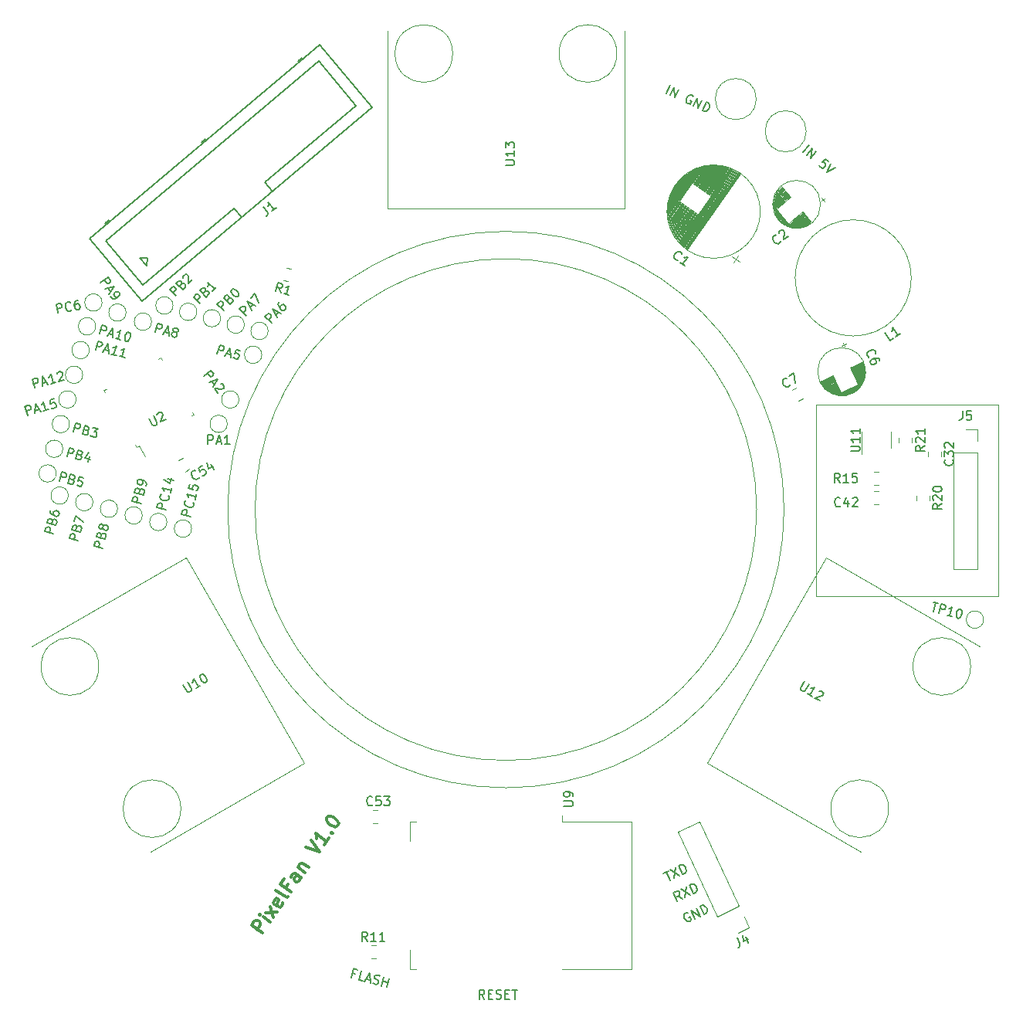
<source format=gbr>
G04 #@! TF.GenerationSoftware,KiCad,Pcbnew,(5.1.4)-1*
G04 #@! TF.CreationDate,2019-09-16T17:17:07+02:00*
G04 #@! TF.ProjectId,PixelFan,50697865-6c46-4616-9e2e-6b696361645f,rev?*
G04 #@! TF.SameCoordinates,Original*
G04 #@! TF.FileFunction,Legend,Top*
G04 #@! TF.FilePolarity,Positive*
%FSLAX46Y46*%
G04 Gerber Fmt 4.6, Leading zero omitted, Abs format (unit mm)*
G04 Created by KiCad (PCBNEW (5.1.4)-1) date 2019-09-16 17:17:07*
%MOMM*%
%LPD*%
G04 APERTURE LIST*
%ADD10C,0.120000*%
%ADD11C,0.300000*%
%ADD12C,0.150000*%
G04 APERTURE END LIST*
D10*
X334000000Y-228500000D02*
X354000000Y-228500000D01*
X334000000Y-249500000D02*
X334000000Y-228500000D01*
X354000000Y-249500000D02*
X334000000Y-249500000D01*
X354000000Y-228500000D02*
X354000000Y-249500000D01*
D11*
X273315484Y-286445086D02*
X272086756Y-285584721D01*
X272414514Y-285116635D01*
X272554964Y-285040583D01*
X272654445Y-285023041D01*
X272812436Y-285046470D01*
X272987969Y-285169379D01*
X273064021Y-285309830D01*
X273081562Y-285409310D01*
X273058133Y-285567302D01*
X272730375Y-286035389D01*
X274175849Y-285216358D02*
X273356697Y-284642782D01*
X272947121Y-284355993D02*
X272964662Y-284455474D01*
X273064142Y-284437933D01*
X273046601Y-284338452D01*
X272947121Y-284355993D01*
X273064142Y-284437933D01*
X274503607Y-284748271D02*
X274135122Y-283531075D01*
X273684455Y-284174695D02*
X274954274Y-284104652D01*
X275551279Y-283127508D02*
X275527850Y-283285500D01*
X275363971Y-283519543D01*
X275223521Y-283595595D01*
X275065529Y-283572166D01*
X274597443Y-283244408D01*
X274521391Y-283103958D01*
X274544819Y-282945967D01*
X274708698Y-282711923D01*
X274849149Y-282635871D01*
X275007140Y-282659300D01*
X275124162Y-282741239D01*
X274831486Y-283408287D01*
X276142396Y-282407837D02*
X276001946Y-282483889D01*
X275843955Y-282460460D01*
X274790759Y-281723005D01*
X276113323Y-281079507D02*
X275826535Y-281489083D01*
X276470154Y-281939750D02*
X275241426Y-281079385D01*
X275651124Y-280494277D01*
X277576338Y-280359957D02*
X276932718Y-279909289D01*
X276774727Y-279885861D01*
X276634276Y-279961913D01*
X276470397Y-280195956D01*
X276446969Y-280353948D01*
X277517827Y-280318987D02*
X277494398Y-280476978D01*
X277289549Y-280769533D01*
X277149099Y-280845585D01*
X276991108Y-280822156D01*
X276874086Y-280740217D01*
X276798034Y-280599766D01*
X276821462Y-280441775D01*
X277026311Y-280149220D01*
X277049740Y-279991229D01*
X277166883Y-279201272D02*
X277986035Y-279774848D01*
X277283905Y-279283211D02*
X277266364Y-279183730D01*
X277289792Y-279025739D01*
X277412701Y-278850206D01*
X277553152Y-278774154D01*
X277711143Y-278797583D01*
X278354763Y-279248250D01*
X278068339Y-277042136D02*
X279583855Y-277492924D01*
X278641915Y-276222984D01*
X280608099Y-276030153D02*
X280116462Y-276732283D01*
X280362280Y-276381218D02*
X279133552Y-275520853D01*
X279227145Y-275760784D01*
X279262227Y-275959746D01*
X279238799Y-276117737D01*
X280859805Y-275421616D02*
X280959285Y-275404075D01*
X280976826Y-275503555D01*
X280877346Y-275521096D01*
X280859805Y-275421616D01*
X280976826Y-275503555D01*
X280321675Y-273824039D02*
X280403614Y-273707017D01*
X280544065Y-273630965D01*
X280643545Y-273613424D01*
X280801537Y-273636852D01*
X281076550Y-273742220D01*
X281369104Y-273947069D01*
X281562178Y-274169459D01*
X281638230Y-274309909D01*
X281655771Y-274409390D01*
X281632342Y-274567381D01*
X281550403Y-274684403D01*
X281409953Y-274760455D01*
X281310472Y-274777996D01*
X281152480Y-274754568D01*
X280877467Y-274649200D01*
X280584913Y-274444351D01*
X280391839Y-274221961D01*
X280315787Y-274081511D01*
X280298246Y-273982030D01*
X280321675Y-273824039D01*
D12*
X319926170Y-284191840D02*
X319819730Y-284188932D01*
X319690258Y-284249306D01*
X319580910Y-284352838D01*
X319534844Y-284479402D01*
X319531936Y-284585842D01*
X319569277Y-284778597D01*
X319629651Y-284908069D01*
X319753308Y-285060575D01*
X319836715Y-285126765D01*
X319963279Y-285172831D01*
X320112876Y-285155614D01*
X320199191Y-285115365D01*
X320308539Y-285011833D01*
X320331572Y-284948551D01*
X320190699Y-284646448D01*
X320018069Y-284726947D01*
X320760239Y-284853744D02*
X320337621Y-283947436D01*
X321278129Y-284612248D01*
X320855511Y-283705940D01*
X321709704Y-284411001D02*
X321287086Y-283504693D01*
X321502873Y-283404070D01*
X321652471Y-283386853D01*
X321779035Y-283432919D01*
X321862442Y-283499109D01*
X321986098Y-283651615D01*
X322046472Y-283781087D01*
X322083813Y-283973842D01*
X322080905Y-284080282D01*
X322034840Y-284206846D01*
X321925492Y-284310378D01*
X321709704Y-284411001D01*
X319335479Y-282665241D02*
X318832129Y-282374539D01*
X318817589Y-282906738D02*
X318394970Y-282000430D01*
X318740230Y-281839432D01*
X318846670Y-281842340D01*
X318909952Y-281865373D01*
X318993359Y-281931564D01*
X319053733Y-282061036D01*
X319050825Y-282167476D01*
X319027792Y-282230758D01*
X318961602Y-282314165D01*
X318616342Y-282475162D01*
X319214963Y-281618061D02*
X320241787Y-282242623D01*
X319819168Y-281336315D02*
X319637581Y-282524369D01*
X320587047Y-282081626D02*
X320164428Y-281175318D01*
X320380216Y-281074695D01*
X320529813Y-281057478D01*
X320656378Y-281103544D01*
X320739784Y-281169734D01*
X320863441Y-281322239D01*
X320923815Y-281451712D01*
X320961156Y-281644467D01*
X320958248Y-281750906D01*
X320912182Y-281877471D01*
X320802834Y-281981002D01*
X320587047Y-282081626D01*
X317293892Y-279851492D02*
X317811782Y-279609996D01*
X317975455Y-280637052D02*
X317552837Y-279730744D01*
X318027569Y-279509373D02*
X319054393Y-280133935D01*
X318631775Y-279227627D02*
X318450188Y-280415680D01*
X319399653Y-279972937D02*
X318977035Y-279066630D01*
X319192822Y-278966006D01*
X319342419Y-278948790D01*
X319468984Y-278994855D01*
X319552391Y-279061046D01*
X319676047Y-279213551D01*
X319736421Y-279343024D01*
X319773762Y-279535778D01*
X319770854Y-279642218D01*
X319724788Y-279768782D01*
X319615440Y-279872314D01*
X319399653Y-279972937D01*
X297647619Y-293652380D02*
X297314285Y-293176190D01*
X297076190Y-293652380D02*
X297076190Y-292652380D01*
X297457142Y-292652380D01*
X297552380Y-292700000D01*
X297600000Y-292747619D01*
X297647619Y-292842857D01*
X297647619Y-292985714D01*
X297600000Y-293080952D01*
X297552380Y-293128571D01*
X297457142Y-293176190D01*
X297076190Y-293176190D01*
X298076190Y-293128571D02*
X298409523Y-293128571D01*
X298552380Y-293652380D02*
X298076190Y-293652380D01*
X298076190Y-292652380D01*
X298552380Y-292652380D01*
X298933333Y-293604761D02*
X299076190Y-293652380D01*
X299314285Y-293652380D01*
X299409523Y-293604761D01*
X299457142Y-293557142D01*
X299504761Y-293461904D01*
X299504761Y-293366666D01*
X299457142Y-293271428D01*
X299409523Y-293223809D01*
X299314285Y-293176190D01*
X299123809Y-293128571D01*
X299028571Y-293080952D01*
X298980952Y-293033333D01*
X298933333Y-292938095D01*
X298933333Y-292842857D01*
X298980952Y-292747619D01*
X299028571Y-292700000D01*
X299123809Y-292652380D01*
X299361904Y-292652380D01*
X299504761Y-292700000D01*
X299933333Y-293128571D02*
X300266666Y-293128571D01*
X300409523Y-293652380D02*
X299933333Y-293652380D01*
X299933333Y-292652380D01*
X300409523Y-292652380D01*
X300695238Y-292652380D02*
X301266666Y-292652380D01*
X300980952Y-293652380D02*
X300980952Y-292652380D01*
X283485612Y-290893477D02*
X283163637Y-290807204D01*
X283028065Y-291313165D02*
X283286884Y-290347240D01*
X283746849Y-290470487D01*
X284315966Y-291658258D02*
X283856001Y-291535010D01*
X284114820Y-290569085D01*
X284665893Y-291456227D02*
X285125858Y-291579474D01*
X284499952Y-291707556D02*
X285080746Y-290827904D01*
X285143902Y-291880102D01*
X285432206Y-291908054D02*
X285557871Y-291991025D01*
X285787853Y-292052648D01*
X285892171Y-292031301D01*
X285950492Y-291997630D01*
X286021138Y-291917961D01*
X286045787Y-291825969D01*
X286024440Y-291721651D01*
X285990768Y-291663330D01*
X285911100Y-291592684D01*
X285739439Y-291497388D01*
X285659771Y-291426743D01*
X285626099Y-291368421D01*
X285604752Y-291264104D01*
X285629401Y-291172111D01*
X285700047Y-291092443D01*
X285758368Y-291058771D01*
X285862686Y-291037424D01*
X286092668Y-291099047D01*
X286218333Y-291182018D01*
X286385807Y-292212870D02*
X286644626Y-291246944D01*
X286521379Y-291706909D02*
X287073336Y-291854805D01*
X286937765Y-292360766D02*
X287196584Y-291394841D01*
X317607782Y-194383637D02*
X318030400Y-193477329D01*
X318039357Y-194584884D02*
X318461975Y-193678576D01*
X318557247Y-194826380D01*
X318979865Y-193920072D01*
X320556569Y-194707843D02*
X320490378Y-194624436D01*
X320360906Y-194564062D01*
X320211309Y-194546846D01*
X320084744Y-194592911D01*
X320001337Y-194659102D01*
X319877681Y-194811607D01*
X319817307Y-194941080D01*
X319779966Y-195133834D01*
X319782874Y-195240274D01*
X319828940Y-195366838D01*
X319938288Y-195470370D01*
X320024603Y-195510619D01*
X320174200Y-195527836D01*
X320237482Y-195504803D01*
X320378355Y-195202700D01*
X320205725Y-195122202D01*
X320585650Y-195772240D02*
X321008269Y-194865932D01*
X321103540Y-196013736D01*
X321526159Y-195107428D01*
X321535116Y-196214983D02*
X321957734Y-195308675D01*
X322173521Y-195409299D01*
X322282869Y-195512830D01*
X322328935Y-195639395D01*
X322331843Y-195745834D01*
X322294502Y-195938589D01*
X322234128Y-196068062D01*
X322110472Y-196220567D01*
X322027065Y-196286757D01*
X321900500Y-196332823D01*
X321750903Y-196315606D01*
X321535116Y-196214983D01*
X332612312Y-200852010D02*
X333255100Y-200085965D01*
X332977095Y-201158099D02*
X333619883Y-200392055D01*
X333414835Y-201525406D01*
X334057622Y-200759362D01*
X335370841Y-201861284D02*
X335006058Y-201555194D01*
X334663491Y-201889368D01*
X334730578Y-201883499D01*
X334834143Y-201908239D01*
X335016535Y-202061283D01*
X335058883Y-202158979D01*
X335064752Y-202226067D01*
X335040012Y-202329632D01*
X334886968Y-202512024D01*
X334789272Y-202554371D01*
X334722184Y-202560241D01*
X334618619Y-202535501D01*
X334436227Y-202382457D01*
X334393880Y-202284760D01*
X334388010Y-202217673D01*
X335626190Y-202075546D02*
X335238750Y-203055853D01*
X336136886Y-202504071D01*
D10*
X330500000Y-240000000D02*
G75*
G03X330500000Y-240000000I-30500000J0D01*
G01*
X327500000Y-240000000D02*
G75*
G03X327500000Y-240000000I-27500000J0D01*
G01*
X255361009Y-257205771D02*
G75*
G03X255361009Y-257205771I-3162279J0D01*
G01*
X264361008Y-272794229D02*
G75*
G03X264361008Y-272794229I-3162278J0D01*
G01*
X264921162Y-245241670D02*
X248033667Y-254991670D01*
X277921162Y-267758330D02*
X264921162Y-245241670D01*
X261033667Y-277508330D02*
X277921162Y-267758330D01*
X312162278Y-190000000D02*
G75*
G03X312162278Y-190000000I-3162278J0D01*
G01*
X294162278Y-190000000D02*
G75*
G03X294162278Y-190000000I-3162278J0D01*
G01*
X313000000Y-207000000D02*
X313000000Y-187500000D01*
X287000000Y-207000000D02*
X313000000Y-207000000D01*
X287000000Y-187500000D02*
X287000000Y-207000000D01*
X341963548Y-272794229D02*
G75*
G03X341963548Y-272794229I-3162278J0D01*
G01*
X350963549Y-257205771D02*
G75*
G03X350963549Y-257205771I-3162279J0D01*
G01*
X322078838Y-267758330D02*
X338966333Y-277508330D01*
X335078838Y-245241670D02*
X322078838Y-267758330D01*
X351966333Y-254991670D02*
X335078838Y-245241670D01*
X327903118Y-207328396D02*
G75*
G03X327903118Y-207328396I-5120000J0D01*
G01*
X319869350Y-211489688D02*
X325696886Y-203167104D01*
X319836584Y-211466745D02*
X325664120Y-203144160D01*
X319803817Y-211443802D02*
X325631354Y-203121217D01*
X319771625Y-211420040D02*
X325598014Y-203099094D01*
X319739432Y-211396278D02*
X325564675Y-203076970D01*
X319707240Y-211372516D02*
X325531335Y-203054846D01*
X319675621Y-211347934D02*
X325497422Y-203033541D01*
X319644002Y-211323353D02*
X325463509Y-203012236D01*
X319612957Y-211297952D02*
X325429022Y-202991751D01*
X319581338Y-211273371D02*
X325395109Y-202970446D01*
X319550292Y-211247970D02*
X325360622Y-202949960D01*
X319519247Y-211222570D02*
X325326135Y-202929475D01*
X319488775Y-211196350D02*
X325291075Y-202909808D01*
X319458304Y-211170131D02*
X325256014Y-202890142D01*
X319427832Y-211143911D02*
X325220954Y-202870475D01*
X319397934Y-211116872D02*
X325185320Y-202851628D01*
X319368035Y-211089833D02*
X325149686Y-202832781D01*
X319338137Y-211062794D02*
X325114052Y-202813933D01*
X319307420Y-211035182D02*
X325077599Y-202794513D01*
X319278095Y-211007324D02*
X325041391Y-202776484D01*
X319248771Y-210979466D02*
X325005184Y-202758456D01*
X319220019Y-210950789D02*
X324968403Y-202741247D01*
X319191268Y-210922112D02*
X324931621Y-202724038D01*
X319162517Y-210893435D02*
X324894840Y-202706829D01*
X319133766Y-210864758D02*
X324858059Y-202689620D01*
X319105589Y-210835261D02*
X324820704Y-202673230D01*
X319077411Y-210805765D02*
X324783350Y-202656841D01*
X319049808Y-210775450D02*
X324745422Y-202641270D01*
X319022204Y-210745134D02*
X324707493Y-202625699D01*
X318994600Y-210714819D02*
X324669565Y-202610129D01*
X318966996Y-210684503D02*
X324631637Y-202594558D01*
X318939966Y-210653369D02*
X324593135Y-202579806D01*
X318912935Y-210622234D02*
X321021976Y-207610212D01*
X322445592Y-205577077D02*
X324554633Y-202565055D01*
X318886478Y-210590281D02*
X320989210Y-207587269D01*
X322412826Y-205554134D02*
X324515558Y-202551122D01*
X318859448Y-210559146D02*
X320956444Y-207564326D01*
X322380060Y-205531191D02*
X324477056Y-202536371D01*
X318833565Y-210526373D02*
X320923678Y-207541383D01*
X322347294Y-205508248D02*
X324437407Y-202523258D01*
X318807108Y-210494419D02*
X320890911Y-207518440D01*
X322314528Y-205485305D02*
X324398331Y-202509325D01*
X318781225Y-210461646D02*
X320858145Y-207495497D01*
X322281762Y-205462362D02*
X324358682Y-202496212D01*
X318755342Y-210428874D02*
X320825379Y-207472554D01*
X322248996Y-205439418D02*
X324319033Y-202483099D01*
X318730032Y-210395282D02*
X320792613Y-207449611D01*
X322216230Y-205416475D02*
X324278811Y-202470805D01*
X318704723Y-210361689D02*
X320759847Y-207426668D01*
X322183464Y-205393532D02*
X324238588Y-202458511D01*
X318679413Y-210328097D02*
X320727081Y-207403725D01*
X322150698Y-205370589D02*
X324198366Y-202446216D01*
X318654677Y-210293686D02*
X320694315Y-207380782D01*
X322117932Y-205347646D02*
X324157569Y-202434742D01*
X318629941Y-210259275D02*
X320661549Y-207357839D01*
X322085166Y-205324703D02*
X324116773Y-202423267D01*
X318605779Y-210224045D02*
X320628783Y-207334895D01*
X322052399Y-205301760D02*
X324075404Y-202412611D01*
X318581043Y-210189634D02*
X320596017Y-207311952D01*
X322019633Y-205278817D02*
X324034607Y-202401136D01*
X318557454Y-210153584D02*
X320563251Y-207289009D01*
X321986867Y-205255874D02*
X323992664Y-202391299D01*
X318533291Y-210118354D02*
X320530485Y-207266066D01*
X321954101Y-205232931D02*
X323951294Y-202380644D01*
X318509703Y-210082304D02*
X320497718Y-207243123D01*
X321921335Y-205209988D02*
X323909351Y-202370807D01*
X318486687Y-210045436D02*
X320464952Y-207220180D01*
X321888569Y-205187045D02*
X323866834Y-202361789D01*
X318463098Y-210009386D02*
X320432186Y-207197237D01*
X321855803Y-205164102D02*
X323824891Y-202351953D01*
X318440083Y-209972517D02*
X320399420Y-207174294D01*
X321823037Y-205141159D02*
X323782374Y-202342935D01*
X318417641Y-209934830D02*
X320366654Y-207151351D01*
X321790271Y-205118216D02*
X323739284Y-202334737D01*
X318395200Y-209897142D02*
X320333888Y-207128408D01*
X321757505Y-205095273D02*
X323696193Y-202326539D01*
X318372758Y-209859454D02*
X320301122Y-207105465D01*
X321724739Y-205072330D02*
X323653103Y-202318340D01*
X318350890Y-209820947D02*
X320268356Y-207082522D01*
X321691973Y-205049386D02*
X323609439Y-202310961D01*
X318329595Y-209781621D02*
X320235590Y-207059579D01*
X321659207Y-205026443D02*
X323565201Y-202304401D01*
X318307727Y-209743114D02*
X320202824Y-207036636D01*
X321626440Y-205003500D02*
X323521537Y-202297022D01*
X318286433Y-209703788D02*
X320170058Y-207013693D01*
X321593674Y-204980557D02*
X323477299Y-202290462D01*
X318265712Y-209663643D02*
X320137292Y-206990750D01*
X321560908Y-204957614D02*
X323432488Y-202284721D01*
X318244991Y-209623497D02*
X320104525Y-206967807D01*
X321528142Y-204934671D02*
X323387677Y-202278980D01*
X318224270Y-209583352D02*
X320071759Y-206944864D01*
X321495376Y-204911728D02*
X323342866Y-202273239D01*
X318204122Y-209542388D02*
X320038993Y-206921920D01*
X321462610Y-204888785D02*
X323297481Y-202268318D01*
X318184548Y-209500604D02*
X320006227Y-206898977D01*
X321429844Y-204865842D02*
X323251523Y-202264215D01*
X318164401Y-209459640D02*
X319973461Y-206876034D01*
X321397078Y-204842899D02*
X323206138Y-202259293D01*
X318145401Y-209417037D02*
X319940695Y-206853091D01*
X321364312Y-204819956D02*
X323159606Y-202256010D01*
X318126401Y-209374434D02*
X319907929Y-206830148D01*
X321331546Y-204797013D02*
X323113074Y-202252727D01*
X318107400Y-209331832D02*
X319875163Y-206807205D01*
X321298780Y-204774070D02*
X323066542Y-202249443D01*
X318088974Y-209288410D02*
X319842397Y-206784262D01*
X321266014Y-204751127D02*
X323019437Y-202246979D01*
X318070547Y-209244988D02*
X319809631Y-206761319D01*
X321233247Y-204728184D02*
X322972331Y-202244515D01*
X318052694Y-209200747D02*
X319776865Y-206738376D01*
X321200481Y-204705241D02*
X322924652Y-202242870D01*
X318034841Y-209156506D02*
X319744099Y-206715433D01*
X321167715Y-204682298D02*
X322876973Y-202241224D01*
X318017561Y-209111446D02*
X319711332Y-206692490D01*
X321134949Y-204659355D02*
X322828720Y-202240399D01*
X318000855Y-209065567D02*
X319678566Y-206669547D01*
X321102183Y-204636411D02*
X322779894Y-202240392D01*
X317984149Y-209019687D02*
X319645800Y-206646604D01*
X321069417Y-204613468D02*
X322731068Y-202240385D01*
X317967443Y-208973808D02*
X319613034Y-206623661D01*
X321036651Y-204590525D02*
X322682242Y-202240378D01*
X317951885Y-208926290D02*
X319580268Y-206600718D01*
X321003885Y-204567582D02*
X322632268Y-202242010D01*
X317936326Y-208878773D02*
X319547502Y-206577775D01*
X320971119Y-204544639D02*
X322582295Y-202243641D01*
X317920767Y-208831255D02*
X319514736Y-206554832D01*
X320938353Y-204521696D02*
X322532322Y-202245273D01*
X317905782Y-208782918D02*
X319481970Y-206531888D01*
X320905587Y-204498753D02*
X322481775Y-202247723D01*
X317891370Y-208733762D02*
X319449204Y-206508945D01*
X320872821Y-204475810D02*
X322430654Y-202250993D01*
X317876959Y-208684606D02*
X319416438Y-206486002D01*
X320840054Y-204452867D02*
X322379534Y-202254263D01*
X317863121Y-208634631D02*
X319383672Y-206463059D01*
X320807288Y-204429924D02*
X322327840Y-202258352D01*
X317849856Y-208583837D02*
X319350906Y-206440116D01*
X320774522Y-204406981D02*
X322275572Y-202263260D01*
X317836592Y-208533043D02*
X319318140Y-206417173D01*
X320741756Y-204384038D02*
X322223304Y-202268168D01*
X317823901Y-208481430D02*
X319285373Y-206394230D01*
X320708990Y-204361095D02*
X322170463Y-202273895D01*
X317811783Y-208428997D02*
X319252607Y-206371287D01*
X320676224Y-204338152D02*
X322117048Y-202280442D01*
X317800240Y-208375745D02*
X319219841Y-206348344D01*
X320643458Y-204315209D02*
X322063060Y-202287807D01*
X317788696Y-208322494D02*
X319187075Y-206325401D01*
X320610692Y-204292266D02*
X322009071Y-202295173D01*
X317778299Y-208267604D02*
X319154309Y-206302458D01*
X320577926Y-204269323D02*
X321953936Y-202304177D01*
X317767903Y-208212714D02*
X319121543Y-206279515D01*
X320545160Y-204246379D02*
X321898800Y-202313181D01*
X317758080Y-208157005D02*
X319088777Y-206256572D01*
X320512394Y-204223436D02*
X321843091Y-202323004D01*
X317748830Y-208100476D02*
X319056011Y-206233629D01*
X320479628Y-204200493D02*
X321786808Y-202333646D01*
X317740154Y-208043129D02*
X319023245Y-206210686D01*
X320446861Y-204177550D02*
X321729952Y-202345107D01*
X317731478Y-207985781D02*
X321673096Y-202356569D01*
X317723950Y-207926796D02*
X321615092Y-202369668D01*
X317716995Y-207866991D02*
X321556515Y-202383587D01*
X317710613Y-207806367D02*
X321497365Y-202398325D01*
X317704805Y-207744923D02*
X321437640Y-202413882D01*
X317699571Y-207682661D02*
X321377343Y-202430258D01*
X317695483Y-207618760D02*
X321315898Y-202448273D01*
X317691396Y-207554860D02*
X321254453Y-202466287D01*
X317688456Y-207489321D02*
X321191861Y-202485940D01*
X317686663Y-207422144D02*
X321128122Y-202507231D01*
X317685444Y-207354147D02*
X321063809Y-202529342D01*
X317684798Y-207285332D02*
X320998922Y-202552271D01*
X317685873Y-207214059D02*
X320932315Y-202577658D01*
X317687521Y-207141966D02*
X320865135Y-202603864D01*
X317689743Y-207069055D02*
X320797380Y-202630889D01*
X317693686Y-206993686D02*
X320727905Y-202660372D01*
X317698776Y-206916679D02*
X320657283Y-202691493D01*
X317705587Y-206837215D02*
X320584941Y-202725071D01*
X317713545Y-206756112D02*
X320511451Y-202760288D01*
X317723223Y-206672551D02*
X320436240Y-202797962D01*
X317734049Y-206587353D02*
X320359882Y-202837275D01*
X317747169Y-206498878D02*
X320281230Y-202879864D01*
X317762583Y-206407126D02*
X320200283Y-202925730D01*
X317780292Y-206312097D02*
X320117042Y-202974872D01*
X317800868Y-206212973D02*
X320030934Y-203028110D01*
X317824313Y-206109753D02*
X319941957Y-203085444D01*
X317851199Y-206001618D02*
X319849539Y-203147693D01*
X317882673Y-205886930D02*
X319752532Y-203216495D01*
X317918736Y-205765689D02*
X319650937Y-203291850D01*
X317961682Y-205634618D02*
X319542459Y-203377035D01*
X318013806Y-205490440D02*
X319424804Y-203475326D01*
X318077400Y-205329880D02*
X319295677Y-203590001D01*
X318159350Y-205143106D02*
X319148195Y-203730888D01*
X318277434Y-204904726D02*
X318964579Y-203923382D01*
X325622749Y-212826454D02*
X324803597Y-212252877D01*
X324926385Y-212949242D02*
X325499961Y-212130090D01*
X334495581Y-206528650D02*
G75*
G03X334495581Y-206528650I-2620000J0D01*
G01*
X331207081Y-205731963D02*
X330217189Y-204552255D01*
X333533973Y-208505044D02*
X332544080Y-207325336D01*
X331176440Y-205757675D02*
X330186547Y-204577966D01*
X333503331Y-208530756D02*
X332513438Y-207351047D01*
X333472046Y-208555701D02*
X332482796Y-207376759D01*
X331145798Y-205783386D02*
X330156548Y-204604444D01*
X333440762Y-208580647D02*
X332452154Y-207402470D01*
X331115156Y-205809098D02*
X330126549Y-204630922D01*
X333408834Y-208604826D02*
X332421513Y-207428182D01*
X331084514Y-205834809D02*
X330097193Y-204658165D01*
X333376264Y-208628239D02*
X332390871Y-207453893D01*
X331053873Y-205860521D02*
X330068479Y-204686175D01*
X333343051Y-208650887D02*
X332360229Y-207479605D01*
X331023231Y-205886232D02*
X330040409Y-204714950D01*
X333309838Y-208673534D02*
X332329587Y-207505316D01*
X330992589Y-205911944D02*
X330012338Y-204743726D01*
X333276625Y-208696181D02*
X332298945Y-207531028D01*
X330961947Y-205937655D02*
X329984267Y-204772502D01*
X333242770Y-208718063D02*
X332268304Y-207556739D01*
X330931305Y-205963367D02*
X329956839Y-204802044D01*
X333208271Y-208739178D02*
X332237662Y-207582451D01*
X330900664Y-205989078D02*
X329930054Y-204832351D01*
X333173130Y-208759527D02*
X332207020Y-207608162D01*
X330870022Y-206014790D02*
X329903912Y-204863425D01*
X333137989Y-208779876D02*
X332176378Y-207633874D01*
X330839380Y-206040501D02*
X329877770Y-204894499D01*
X333102205Y-208799460D02*
X332145737Y-207659585D01*
X330808738Y-206066213D02*
X329852270Y-204926339D01*
X333066420Y-208819043D02*
X332115095Y-207685297D01*
X330778097Y-206091924D02*
X329826771Y-204958179D01*
X333029994Y-208837860D02*
X332084453Y-207711008D01*
X330747455Y-206117636D02*
X329801914Y-204990785D01*
X332992924Y-208855911D02*
X332053811Y-207736720D01*
X330716813Y-206143347D02*
X329777700Y-205024157D01*
X332955854Y-208873962D02*
X332023169Y-207762431D01*
X330686171Y-206169059D02*
X329753486Y-205057528D01*
X332917376Y-208891890D02*
X331991762Y-207788786D01*
X330654763Y-206195413D02*
X329729149Y-205092309D01*
X332879021Y-208908409D02*
X331961120Y-207814497D01*
X330624122Y-206221125D02*
X329706221Y-205127213D01*
X332840023Y-208924162D02*
X331930478Y-207840209D01*
X330593480Y-206246836D02*
X329683935Y-205162883D01*
X332801025Y-208939915D02*
X331899836Y-207865920D01*
X330562838Y-206272548D02*
X329661650Y-205198553D01*
X332761384Y-208954901D02*
X331869195Y-207891632D01*
X330532196Y-206298259D02*
X329640007Y-205234990D01*
X332721743Y-208969888D02*
X331838553Y-207917343D01*
X330501555Y-206323971D02*
X329618364Y-205271426D01*
X332680817Y-208983343D02*
X331807911Y-207943055D01*
X330470913Y-206349682D02*
X329598007Y-205309394D01*
X332639890Y-208996798D02*
X331777269Y-207968766D01*
X330440271Y-206375394D02*
X329577650Y-205347362D01*
X332598321Y-209009487D02*
X331746627Y-207994478D01*
X330409629Y-206401105D02*
X329557936Y-205386096D01*
X332556752Y-209022175D02*
X331715986Y-208020189D01*
X330378987Y-206426817D02*
X329538221Y-205424831D01*
X332513897Y-209033332D02*
X331685344Y-208045901D01*
X330348346Y-206452528D02*
X329519792Y-205465097D01*
X332471042Y-209044489D02*
X331654702Y-208071612D01*
X330317704Y-206478240D02*
X329501364Y-205505363D01*
X332427545Y-209054879D02*
X331624060Y-208097324D01*
X330287062Y-206503951D02*
X329483578Y-205546396D01*
X332382762Y-209063738D02*
X331593419Y-208123035D01*
X330256420Y-206529663D02*
X329467077Y-205588960D01*
X332338621Y-209073362D02*
X331562777Y-208148747D01*
X330225779Y-206555374D02*
X329449934Y-205630759D01*
X332293195Y-209081455D02*
X331532135Y-208174458D01*
X330195137Y-206581086D02*
X329434076Y-205674089D01*
X332247127Y-209088781D02*
X331501493Y-208200170D01*
X330164495Y-206606797D02*
X329418861Y-205718186D01*
X332200415Y-209095342D02*
X331470851Y-208225881D01*
X330133853Y-206632509D02*
X329404289Y-205763048D01*
X332153061Y-209101136D02*
X331440210Y-208251593D01*
X330103211Y-206658220D02*
X329390360Y-205808677D01*
X332105064Y-209106164D02*
X331409568Y-208277304D01*
X330072570Y-206683932D02*
X329377073Y-205855072D01*
X332057067Y-209111193D02*
X331378926Y-208303016D01*
X330041928Y-206709643D02*
X329363787Y-205901466D01*
X332007142Y-209113923D02*
X331348284Y-208328727D01*
X330011286Y-206735355D02*
X329352429Y-205950159D01*
X331957216Y-209116653D02*
X331317643Y-208354439D01*
X329980644Y-206761066D02*
X329341071Y-205998852D01*
X331906648Y-209118617D02*
X331287001Y-208380150D01*
X329950003Y-206786778D02*
X329330355Y-206048311D01*
X331854794Y-209119049D02*
X331256359Y-208405862D01*
X329919361Y-206812489D02*
X329320925Y-206099302D01*
X331802298Y-209118715D02*
X331225717Y-208431573D01*
X329888719Y-206838201D02*
X329312138Y-206151059D01*
X331748516Y-209116849D02*
X331195075Y-208457285D01*
X329858077Y-206863912D02*
X329304637Y-206204348D01*
X331694091Y-209114217D02*
X331164434Y-208482996D01*
X329827435Y-206889624D02*
X329297778Y-206258403D01*
X331639023Y-209110819D02*
X331133792Y-208508708D01*
X329796794Y-206915335D02*
X329291563Y-206313224D01*
X331582027Y-209105122D02*
X331103150Y-208534419D01*
X329766152Y-206941047D02*
X329287275Y-206370344D01*
X331524388Y-209098660D02*
X331072508Y-208560131D01*
X329735510Y-206966758D02*
X329283630Y-206428229D01*
X331465464Y-209090666D02*
X331041867Y-208585842D01*
X329704868Y-206992470D02*
X329281271Y-206487647D01*
X331405254Y-209081139D02*
X331011225Y-208611554D01*
X329674227Y-207018181D02*
X329280198Y-206548596D01*
X331343758Y-209070080D02*
X329280410Y-206611078D01*
X331280334Y-209056724D02*
X329282550Y-206675858D01*
X331214982Y-209041069D02*
X329286619Y-206742935D01*
X331147701Y-209023116D02*
X329292616Y-206812312D01*
X331078492Y-209002865D02*
X329300541Y-206883986D01*
X331006712Y-208979549D02*
X329311038Y-206958724D01*
X330932360Y-208953170D02*
X329324106Y-207036527D01*
X330854795Y-208922960D02*
X329340388Y-207118159D01*
X330772730Y-208887388D02*
X329361169Y-207205154D01*
X330686166Y-208846454D02*
X329386450Y-207297512D01*
X330593817Y-208798625D02*
X329417515Y-207396763D01*
X330492468Y-208740071D02*
X329457580Y-207506740D01*
X330379550Y-208667729D02*
X329509215Y-207630505D01*
X330246705Y-208571640D02*
X329580777Y-207778018D01*
X330065651Y-208418097D02*
X329700547Y-207982984D01*
X334972275Y-205855691D02*
X334589252Y-206177084D01*
X334941460Y-206207899D02*
X334620067Y-205824876D01*
X337294600Y-221833716D02*
X336841446Y-222045025D01*
X336962368Y-221712793D02*
X337173677Y-222165947D01*
X338167535Y-227115428D02*
X337652752Y-227355475D01*
X338362706Y-226980283D02*
X337423771Y-227418115D01*
X338489904Y-226876834D02*
X337262764Y-227449059D01*
X338589007Y-226786487D02*
X337129851Y-227466902D01*
X338671796Y-226703746D02*
X337013253Y-227477138D01*
X338741897Y-226626923D02*
X336909343Y-227481457D01*
X338803841Y-226553903D02*
X336813589Y-227481972D01*
X338859441Y-226483841D02*
X336724180Y-227479529D01*
X338908697Y-226416737D02*
X336641114Y-227474128D01*
X338953421Y-226351747D02*
X336562581Y-227466614D01*
X338994520Y-226288447D02*
X336487672Y-227457409D01*
X339031993Y-226226838D02*
X336416389Y-227446514D01*
X339066748Y-226166496D02*
X336347825Y-227434351D01*
X339098784Y-226107423D02*
X336281980Y-227420920D01*
X339128101Y-226049617D02*
X336218853Y-227406221D01*
X336714012Y-227131190D02*
X336158446Y-227390255D01*
X339154699Y-225993079D02*
X338599133Y-226252144D01*
X336697108Y-227094937D02*
X336099851Y-227373443D01*
X339179485Y-225937386D02*
X338582228Y-226215891D01*
X336680203Y-227058685D02*
X336043068Y-227355786D01*
X339202457Y-225882538D02*
X338565323Y-226179639D01*
X336663298Y-227022433D02*
X335988099Y-227337283D01*
X339223618Y-225828536D02*
X338548418Y-226143387D01*
X336646393Y-226986180D02*
X335934035Y-227318358D01*
X339243872Y-225774956D02*
X338531514Y-226107134D01*
X336629489Y-226949928D02*
X335882691Y-227298166D01*
X339261406Y-225722645D02*
X338514609Y-226070882D01*
X336612584Y-226913676D02*
X335832253Y-227277550D01*
X339278035Y-225670755D02*
X338497704Y-226034630D01*
X336595679Y-226877423D02*
X335782721Y-227256512D01*
X339293757Y-225619289D02*
X338480799Y-225998377D01*
X336578774Y-226841171D02*
X335735002Y-227234629D01*
X339307667Y-225568668D02*
X338463895Y-225962125D01*
X336561870Y-226804919D02*
X335688189Y-227212323D01*
X339320671Y-225518469D02*
X338446990Y-225925873D01*
X336544965Y-226768667D02*
X335643189Y-227189172D01*
X339331861Y-225469115D02*
X338430085Y-225889621D01*
X336528060Y-226732414D02*
X335599095Y-227165598D01*
X339342146Y-225420185D02*
X338413180Y-225853368D01*
X336511156Y-226696162D02*
X335555001Y-227142024D01*
X339352430Y-225371254D02*
X338396276Y-225817116D01*
X336494251Y-226659910D02*
X335513626Y-227117183D01*
X339359996Y-225323591D02*
X338379371Y-225780864D01*
X336477346Y-226623657D02*
X335472251Y-227092341D01*
X339367562Y-225275928D02*
X338362466Y-225744611D01*
X336460441Y-226587405D02*
X335431782Y-227067077D01*
X339374221Y-225228687D02*
X338345562Y-225708359D01*
X336443537Y-226551153D02*
X335392220Y-227041390D01*
X339379974Y-225181870D02*
X338328657Y-225672107D01*
X336426632Y-226514900D02*
X335353563Y-227015280D01*
X339384821Y-225135474D02*
X338311752Y-225635854D01*
X336409727Y-226478648D02*
X335315814Y-226988748D01*
X339388761Y-225089502D02*
X338294847Y-225599602D01*
X336392822Y-226442396D02*
X335279876Y-226961371D01*
X339390889Y-225044375D02*
X338277943Y-225563350D01*
X336375918Y-226406143D02*
X335243033Y-226934416D01*
X339393923Y-224998825D02*
X338261038Y-225527097D01*
X336359013Y-226369891D02*
X335208002Y-226906616D01*
X339395144Y-224954120D02*
X338244133Y-225490845D01*
X336342108Y-226333639D02*
X335173877Y-226878394D01*
X339395459Y-224909838D02*
X338227228Y-225454593D01*
X336325204Y-226297386D02*
X335139753Y-226850171D01*
X339395774Y-224865556D02*
X338210324Y-225418341D01*
X336308299Y-226261134D02*
X335107441Y-226821103D01*
X339394277Y-224822119D02*
X338193419Y-225382088D01*
X336291394Y-226224882D02*
X335075129Y-226792036D01*
X339392779Y-224778682D02*
X338176514Y-225345836D01*
X336274489Y-226188630D02*
X335043723Y-226762545D01*
X339390375Y-224735668D02*
X338159610Y-225309584D01*
X336257585Y-226152377D02*
X335012318Y-226733055D01*
X339387972Y-224692654D02*
X338142705Y-225273331D01*
X336240680Y-226116125D02*
X334982725Y-226702719D01*
X339383755Y-224650485D02*
X338125800Y-225237079D01*
X336223775Y-226079873D02*
X334953132Y-226672383D01*
X339379539Y-224608316D02*
X338108895Y-225200827D01*
X336206870Y-226043620D02*
X334924445Y-226641625D01*
X339374416Y-224566569D02*
X338091991Y-225164574D01*
X336189966Y-226007368D02*
X334895758Y-226610867D01*
X339369293Y-224524823D02*
X338075086Y-225128322D01*
X336173061Y-225971116D02*
X334867978Y-226579686D01*
X339363264Y-224483499D02*
X338058181Y-225092070D01*
X336155734Y-225933957D02*
X334840681Y-226547176D01*
X339355906Y-224441692D02*
X338040854Y-225054911D01*
X336138829Y-225897705D02*
X334814713Y-226515150D01*
X339348065Y-224401213D02*
X338023949Y-225018659D01*
X336121924Y-225861452D02*
X334788745Y-226483124D01*
X339340223Y-224360735D02*
X338007044Y-224982406D01*
X336105019Y-225825200D02*
X334763684Y-226450675D01*
X339331475Y-224320679D02*
X337990140Y-224946154D01*
X336088115Y-225788948D02*
X334739529Y-226417804D01*
X339321821Y-224281046D02*
X337973235Y-224909902D01*
X336071210Y-225752696D02*
X334715373Y-226384932D01*
X339312167Y-224241413D02*
X337956330Y-224873650D01*
X336054305Y-225716443D02*
X334692125Y-226351638D01*
X339301606Y-224202202D02*
X337939425Y-224837397D01*
X336037400Y-225680191D02*
X334668876Y-226318344D01*
X339291045Y-224162991D02*
X337922521Y-224801145D01*
X336020496Y-225643939D02*
X334646533Y-226284628D01*
X339279579Y-224124203D02*
X337905616Y-224764893D01*
X336003591Y-225607686D02*
X334625097Y-226250489D01*
X339267205Y-224085838D02*
X337888711Y-224728640D01*
X335986686Y-225571434D02*
X334604567Y-226215927D01*
X339253926Y-224047895D02*
X337871806Y-224692388D01*
X335969782Y-225535182D02*
X334584037Y-226181365D01*
X339240646Y-224009952D02*
X337854902Y-224656136D01*
X335952877Y-225498929D02*
X334563507Y-226146803D01*
X339227367Y-223972010D02*
X337837997Y-224619883D01*
X335935972Y-225462677D02*
X334543883Y-226111819D01*
X339213181Y-223934489D02*
X337821092Y-224583631D01*
X335919067Y-225426425D02*
X334525166Y-226076412D01*
X339198089Y-223897392D02*
X337804188Y-224547379D01*
X335902163Y-225390172D02*
X334507355Y-226040582D01*
X339182091Y-223860717D02*
X337787283Y-224511126D01*
X339166092Y-223824042D02*
X337770378Y-224474874D01*
X335885258Y-225353920D02*
X334489544Y-226004752D01*
X339149187Y-223787790D02*
X337753473Y-224438622D01*
X335868353Y-225317668D02*
X334472639Y-225968500D01*
X339430913Y-224878145D02*
G75*
G03X339430913Y-224878145I-2620000J0D01*
G01*
X331399283Y-226877100D02*
X331851785Y-226615848D01*
X332109283Y-228106856D02*
X332561785Y-227845604D01*
X347700000Y-233633748D02*
X347700000Y-234156252D01*
X346280000Y-233633748D02*
X346280000Y-234156252D01*
X340378748Y-238020000D02*
X340901252Y-238020000D01*
X340378748Y-239440000D02*
X340901252Y-239440000D01*
X321249506Y-274224441D02*
X318838727Y-275348606D01*
X325568664Y-283486907D02*
X321249506Y-274224441D01*
X323157885Y-284611071D02*
X318838727Y-275348606D01*
X325568664Y-283486907D02*
X323157885Y-284611071D01*
X326105389Y-284637918D02*
X326667472Y-285843307D01*
X326667472Y-285843307D02*
X325462082Y-286405389D01*
X344457361Y-214602220D02*
G75*
G03X344457361Y-214602220I-6370000J0D01*
G01*
X276446038Y-213616520D02*
X275941337Y-213481286D01*
X276078515Y-214988134D02*
X275573814Y-214852900D01*
X285783252Y-287804000D02*
X285260748Y-287804000D01*
X285783252Y-289224000D02*
X285260748Y-289224000D01*
X340378748Y-237290891D02*
X340901252Y-237290891D01*
X340378748Y-235870891D02*
X340901252Y-235870891D01*
X345010000Y-238468748D02*
X345010000Y-238991252D01*
X346430000Y-238468748D02*
X346430000Y-238991252D01*
X344525000Y-232118748D02*
X344525000Y-232641252D01*
X343105000Y-232118748D02*
X343105000Y-232641252D01*
X261150000Y-219400000D02*
G75*
G03X261150000Y-219400000I-950000J0D01*
G01*
X252143662Y-230631115D02*
G75*
G03X252143662Y-230631115I-950000J0D01*
G01*
X250694275Y-236040300D02*
G75*
G03X250694275Y-236040300I-950000J0D01*
G01*
X273229581Y-223029535D02*
G75*
G03X273229581Y-223029535I-950000J0D01*
G01*
X352385000Y-252065000D02*
G75*
G03X352385000Y-252065000I-950000J0D01*
G01*
X273928392Y-220421535D02*
G75*
G03X273928392Y-220421535I-950000J0D01*
G01*
X271320393Y-219722724D02*
G75*
G03X271320393Y-219722724I-950000J0D01*
G01*
X258350000Y-218400000D02*
G75*
G03X258350000Y-218400000I-950000J0D01*
G01*
X255016553Y-219909338D02*
G75*
G03X255016553Y-219909338I-950000J0D01*
G01*
X254317742Y-222517338D02*
G75*
G03X254317742Y-222517338I-950000J0D01*
G01*
X253593049Y-225221930D02*
G75*
G03X253593049Y-225221930I-950000J0D01*
G01*
X252868355Y-227926523D02*
G75*
G03X252868355Y-227926523I-950000J0D01*
G01*
X268712393Y-219023912D02*
G75*
G03X268712393Y-219023912I-950000J0D01*
G01*
X266104393Y-218325101D02*
G75*
G03X266104393Y-218325101I-950000J0D01*
G01*
X263496393Y-217626290D02*
G75*
G03X263496393Y-217626290I-950000J0D01*
G01*
X251418969Y-233335707D02*
G75*
G03X251418969Y-233335707I-950000J0D01*
G01*
X252011896Y-238463908D02*
G75*
G03X252011896Y-238463908I-950000J0D01*
G01*
X254716489Y-239188601D02*
G75*
G03X254716489Y-239188601I-950000J0D01*
G01*
X257421081Y-239913294D02*
G75*
G03X257421081Y-239913294I-950000J0D01*
G01*
X260125673Y-240637988D02*
G75*
G03X260125673Y-240637988I-950000J0D01*
G01*
X262830265Y-241362681D02*
G75*
G03X262830265Y-241362681I-950000J0D01*
G01*
X265534858Y-242087374D02*
G75*
G03X265534858Y-242087374I-950000J0D01*
G01*
X255715365Y-217301339D02*
G75*
G03X255715365Y-217301339I-950000J0D01*
G01*
X262310900Y-223574853D02*
X262160900Y-223315045D01*
X262160900Y-223315045D02*
X261901092Y-223465045D01*
X265620900Y-229307941D02*
X265770900Y-229567749D01*
X265770900Y-229567749D02*
X265511092Y-229717749D01*
X256058196Y-227184853D02*
X255908196Y-226925045D01*
X255908196Y-226925045D02*
X256168004Y-226775045D01*
X259368196Y-232917941D02*
X259518196Y-233177749D01*
X259518196Y-233177749D02*
X259778004Y-233027749D01*
X259778004Y-233027749D02*
X260435504Y-234166572D01*
X313760000Y-274180000D02*
X313760000Y-290420000D01*
X313760000Y-290420000D02*
X306140000Y-290420000D01*
X290140000Y-290420000D02*
X289520000Y-290420000D01*
X289520000Y-290420000D02*
X289520000Y-288300000D01*
X289520000Y-276300000D02*
X289520000Y-274180000D01*
X289520000Y-274180000D02*
X290140000Y-274180000D01*
X306140000Y-274180000D02*
X313760000Y-274180000D01*
X306140000Y-274180000D02*
X306140000Y-273570000D01*
X342250000Y-233280000D02*
X342250000Y-231480000D01*
X339030000Y-231480000D02*
X339030000Y-233930000D01*
X349070000Y-233770000D02*
X351730000Y-233770000D01*
X349070000Y-233770000D02*
X349070000Y-246530000D01*
X349070000Y-246530000D02*
X351730000Y-246530000D01*
X351730000Y-233770000D02*
X351730000Y-246530000D01*
X351730000Y-231170000D02*
X351730000Y-232500000D01*
X350400000Y-231170000D02*
X351730000Y-231170000D01*
X332929312Y-198527240D02*
G75*
G03X332929312Y-198527240I-2250000J0D01*
G01*
X327458211Y-194990711D02*
G75*
G03X327458211Y-194990711I-2250000J0D01*
G01*
X285910252Y-274365000D02*
X285387748Y-274365000D01*
X285910252Y-272945000D02*
X285387748Y-272945000D01*
X265284004Y-235563338D02*
X264831502Y-235824590D01*
X264574004Y-234333582D02*
X264121502Y-234594834D01*
D12*
X260073075Y-217135275D02*
X254326554Y-210286838D01*
X254326554Y-210286838D02*
X279606020Y-189074847D01*
X279606020Y-189074847D02*
X285352542Y-195923284D01*
X285352542Y-195923284D02*
X260073075Y-217135275D01*
X271008359Y-207959482D02*
X270172736Y-206963624D01*
X270172736Y-206963624D02*
X260156704Y-215368072D01*
X260156704Y-215368072D02*
X256081431Y-210511351D01*
X256081431Y-210511351D02*
X279522391Y-190842050D01*
X279522391Y-190842050D02*
X283597664Y-195698772D01*
X283597664Y-195698772D02*
X273581633Y-204103220D01*
X273581633Y-204103220D02*
X274417257Y-205099077D01*
X266774776Y-199841539D02*
X266646218Y-199688331D01*
X266646218Y-199688331D02*
X267029241Y-199366937D01*
X267029241Y-199366937D02*
X267157798Y-199520146D01*
X266710497Y-199764935D02*
X267093519Y-199443541D01*
X277369171Y-190951787D02*
X277240613Y-190798578D01*
X277240613Y-190798578D02*
X277623635Y-190477184D01*
X277623635Y-190477184D02*
X277752193Y-190630393D01*
X277304892Y-190875182D02*
X277687914Y-190553789D01*
X256180381Y-208731292D02*
X256051824Y-208578083D01*
X256051824Y-208578083D02*
X256434846Y-208256689D01*
X256434846Y-208256689D02*
X256563404Y-208409898D01*
X256116103Y-208654688D02*
X256499125Y-208333294D01*
X260600375Y-213298759D02*
X259829030Y-212379506D01*
X259829030Y-212379506D02*
X260674329Y-212453460D01*
X260674329Y-212453460D02*
X260600375Y-213298759D01*
D10*
X269454000Y-230602000D02*
G75*
G03X269454000Y-230602000I-950000J0D01*
G01*
X270724000Y-227935000D02*
G75*
G03X270724000Y-227935000I-950000J0D01*
G01*
D12*
X264628978Y-259211782D02*
X265033740Y-259912850D01*
X265122598Y-259971519D01*
X265187647Y-259988949D01*
X265293935Y-259982569D01*
X265458892Y-259887331D01*
X265517562Y-259798473D01*
X265534991Y-259733424D01*
X265528612Y-259627136D01*
X265123850Y-258926068D01*
X266489875Y-259292093D02*
X265995003Y-259577808D01*
X266242439Y-259434950D02*
X265742439Y-258568925D01*
X265731389Y-258740262D01*
X265696530Y-258870360D01*
X265637861Y-258959218D01*
X266525986Y-258116544D02*
X266608465Y-258068925D01*
X266714753Y-258062545D01*
X266779802Y-258079975D01*
X266868660Y-258138644D01*
X267005137Y-258279792D01*
X267124185Y-258485988D01*
X267178184Y-258674755D01*
X267184564Y-258781043D01*
X267167134Y-258846092D01*
X267108465Y-258934950D01*
X267025986Y-258982569D01*
X266919698Y-258988949D01*
X266854649Y-258971519D01*
X266765791Y-258912850D01*
X266629313Y-258771703D01*
X266510266Y-258565506D01*
X266456267Y-258376739D01*
X266449887Y-258270451D01*
X266467317Y-258205402D01*
X266525986Y-258116544D01*
X299952380Y-202238095D02*
X300761904Y-202238095D01*
X300857142Y-202190476D01*
X300904761Y-202142857D01*
X300952380Y-202047619D01*
X300952380Y-201857142D01*
X300904761Y-201761904D01*
X300857142Y-201714285D01*
X300761904Y-201666666D01*
X299952380Y-201666666D01*
X300952380Y-200666666D02*
X300952380Y-201238095D01*
X300952380Y-200952380D02*
X299952380Y-200952380D01*
X300095238Y-201047619D01*
X300190476Y-201142857D01*
X300238095Y-201238095D01*
X299952380Y-200333333D02*
X299952380Y-199714285D01*
X300333333Y-200047619D01*
X300333333Y-199904761D01*
X300380952Y-199809523D01*
X300428571Y-199761904D01*
X300523809Y-199714285D01*
X300761904Y-199714285D01*
X300857142Y-199761904D01*
X300904761Y-199809523D01*
X300952380Y-199904761D01*
X300952380Y-200190476D01*
X300904761Y-200285714D01*
X300857142Y-200333333D01*
X332726577Y-258839713D02*
X332321815Y-259540781D01*
X332315435Y-259647069D01*
X332332865Y-259712118D01*
X332391534Y-259800976D01*
X332556492Y-259896214D01*
X332662780Y-259902594D01*
X332727828Y-259885164D01*
X332816687Y-259826495D01*
X333221449Y-259125427D01*
X333587474Y-260491453D02*
X333092602Y-260205738D01*
X333340038Y-260348595D02*
X333840038Y-259482570D01*
X333686131Y-259558669D01*
X333556033Y-259593528D01*
X333449745Y-259587149D01*
X334369770Y-259898382D02*
X334434818Y-259880952D01*
X334541107Y-259887332D01*
X334747303Y-260006380D01*
X334805972Y-260095238D01*
X334823402Y-260160287D01*
X334817022Y-260266575D01*
X334769403Y-260349053D01*
X334656735Y-260448962D01*
X333876149Y-260658119D01*
X334412260Y-260967643D01*
X318856890Y-212645054D02*
X318790570Y-212656748D01*
X318646235Y-212613816D01*
X318568221Y-212559189D01*
X318478512Y-212438242D01*
X318455124Y-212305602D01*
X318470743Y-212200274D01*
X318540988Y-212016932D01*
X318622928Y-211899910D01*
X318771188Y-211771194D01*
X318864821Y-211720493D01*
X318997462Y-211697105D01*
X319141797Y-211740037D01*
X319219812Y-211794664D01*
X319309520Y-211915610D01*
X319321214Y-211981931D01*
X319582409Y-213269331D02*
X319114322Y-212941574D01*
X319348365Y-213105453D02*
X319921942Y-212286300D01*
X319761988Y-212348696D01*
X319629347Y-212372084D01*
X319524019Y-212356465D01*
X330148889Y-210540677D02*
X330143020Y-210607764D01*
X330064194Y-210736069D01*
X329991237Y-210797287D01*
X329851194Y-210852636D01*
X329717019Y-210840897D01*
X329619323Y-210798549D01*
X329460409Y-210683245D01*
X329368582Y-210573810D01*
X329282625Y-210397288D01*
X329257885Y-210293722D01*
X329269624Y-210159548D01*
X329348450Y-210031243D01*
X329421406Y-209970025D01*
X329561450Y-209914676D01*
X329628538Y-209920546D01*
X329920364Y-209675674D02*
X329926233Y-209608587D01*
X329968581Y-209510891D01*
X330150973Y-209357846D01*
X330254538Y-209333107D01*
X330321625Y-209338976D01*
X330419322Y-209381324D01*
X330480539Y-209454280D01*
X330535888Y-209594324D01*
X330465455Y-210399371D01*
X330939673Y-210001455D01*
X339815449Y-223293209D02*
X339752167Y-223270176D01*
X339648635Y-223160829D01*
X339608386Y-223074514D01*
X339591169Y-222924916D01*
X339637235Y-222798352D01*
X339703425Y-222714945D01*
X339855931Y-222591289D01*
X339985403Y-222530915D01*
X340178158Y-222493574D01*
X340284598Y-222496482D01*
X340411162Y-222542547D01*
X340514693Y-222651895D01*
X340554943Y-222738210D01*
X340572159Y-222887808D01*
X340549127Y-222951090D01*
X340997686Y-223687676D02*
X340917187Y-223515046D01*
X340833780Y-223448855D01*
X340770498Y-223425822D01*
X340600776Y-223399881D01*
X340408021Y-223437223D01*
X340062761Y-223598220D01*
X339996571Y-223681627D01*
X339973538Y-223744909D01*
X339970630Y-223851349D01*
X340051129Y-224023979D01*
X340134535Y-224090169D01*
X340197818Y-224113202D01*
X340304257Y-224116110D01*
X340520045Y-224015487D01*
X340586235Y-223932080D01*
X340609268Y-223868798D01*
X340612176Y-223762358D01*
X340531678Y-223589728D01*
X340448271Y-223523538D01*
X340384989Y-223500505D01*
X340278549Y-223497597D01*
X331189766Y-226325039D02*
X331172337Y-226390087D01*
X331072428Y-226502755D01*
X330989950Y-226550374D01*
X330842422Y-226580564D01*
X330712324Y-226545704D01*
X330623466Y-226487035D01*
X330486989Y-226345887D01*
X330415560Y-226222169D01*
X330361561Y-226033403D01*
X330355182Y-225927115D01*
X330390041Y-225797017D01*
X330489950Y-225684349D01*
X330572428Y-225636730D01*
X330719956Y-225606541D01*
X330785004Y-225623970D01*
X331026061Y-225374825D02*
X331603411Y-225041492D01*
X331732257Y-226121803D01*
X348997142Y-234537857D02*
X349044761Y-234585476D01*
X349092380Y-234728333D01*
X349092380Y-234823571D01*
X349044761Y-234966428D01*
X348949523Y-235061666D01*
X348854285Y-235109285D01*
X348663809Y-235156904D01*
X348520952Y-235156904D01*
X348330476Y-235109285D01*
X348235238Y-235061666D01*
X348140000Y-234966428D01*
X348092380Y-234823571D01*
X348092380Y-234728333D01*
X348140000Y-234585476D01*
X348187619Y-234537857D01*
X348092380Y-234204523D02*
X348092380Y-233585476D01*
X348473333Y-233918809D01*
X348473333Y-233775952D01*
X348520952Y-233680714D01*
X348568571Y-233633095D01*
X348663809Y-233585476D01*
X348901904Y-233585476D01*
X348997142Y-233633095D01*
X349044761Y-233680714D01*
X349092380Y-233775952D01*
X349092380Y-234061666D01*
X349044761Y-234156904D01*
X348997142Y-234204523D01*
X348187619Y-233204523D02*
X348140000Y-233156904D01*
X348092380Y-233061666D01*
X348092380Y-232823571D01*
X348140000Y-232728333D01*
X348187619Y-232680714D01*
X348282857Y-232633095D01*
X348378095Y-232633095D01*
X348520952Y-232680714D01*
X349092380Y-233252142D01*
X349092380Y-232633095D01*
X336672142Y-239587142D02*
X336624523Y-239634761D01*
X336481666Y-239682380D01*
X336386428Y-239682380D01*
X336243571Y-239634761D01*
X336148333Y-239539523D01*
X336100714Y-239444285D01*
X336053095Y-239253809D01*
X336053095Y-239110952D01*
X336100714Y-238920476D01*
X336148333Y-238825238D01*
X336243571Y-238730000D01*
X336386428Y-238682380D01*
X336481666Y-238682380D01*
X336624523Y-238730000D01*
X336672142Y-238777619D01*
X337529285Y-239015714D02*
X337529285Y-239682380D01*
X337291190Y-238634761D02*
X337053095Y-239349047D01*
X337672142Y-239349047D01*
X338005476Y-238777619D02*
X338053095Y-238730000D01*
X338148333Y-238682380D01*
X338386428Y-238682380D01*
X338481666Y-238730000D01*
X338529285Y-238777619D01*
X338576904Y-238872857D01*
X338576904Y-238968095D01*
X338529285Y-239110952D01*
X337957857Y-239682380D01*
X338576904Y-239682380D01*
X325351164Y-286956258D02*
X325653034Y-287603621D01*
X325670251Y-287753218D01*
X325624185Y-287879782D01*
X325514837Y-287983314D01*
X325428522Y-288023563D01*
X326312030Y-286875992D02*
X326593775Y-287480197D01*
X325935245Y-286631355D02*
X326021327Y-287379341D01*
X326582375Y-287117720D01*
X342512133Y-221212024D02*
X342122061Y-221485156D01*
X341548484Y-220666004D01*
X343214264Y-220720387D02*
X342746177Y-221048145D01*
X342980220Y-220884266D02*
X342406644Y-220065114D01*
X342410569Y-220236762D01*
X342387181Y-220369403D01*
X342336479Y-220463037D01*
X275304802Y-216222317D02*
X275106074Y-215676080D01*
X274752844Y-216074421D02*
X275011663Y-215108495D01*
X275379635Y-215207093D01*
X275459303Y-215277739D01*
X275492975Y-215336060D01*
X275514322Y-215440377D01*
X275477348Y-215578367D01*
X275406702Y-215658035D01*
X275348381Y-215691707D01*
X275244063Y-215713054D01*
X274876092Y-215614456D01*
X276224731Y-216468812D02*
X275672774Y-216320915D01*
X275948753Y-216394863D02*
X276207572Y-215428938D01*
X276078605Y-215542278D01*
X275961962Y-215609621D01*
X275857645Y-215630968D01*
X284815642Y-287315380D02*
X284482309Y-286839190D01*
X284244214Y-287315380D02*
X284244214Y-286315380D01*
X284625166Y-286315380D01*
X284720404Y-286363000D01*
X284768023Y-286410619D01*
X284815642Y-286505857D01*
X284815642Y-286648714D01*
X284768023Y-286743952D01*
X284720404Y-286791571D01*
X284625166Y-286839190D01*
X284244214Y-286839190D01*
X285768023Y-287315380D02*
X285196595Y-287315380D01*
X285482309Y-287315380D02*
X285482309Y-286315380D01*
X285387071Y-286458238D01*
X285291833Y-286553476D01*
X285196595Y-286601095D01*
X286720404Y-287315380D02*
X286148976Y-287315380D01*
X286434690Y-287315380D02*
X286434690Y-286315380D01*
X286339452Y-286458238D01*
X286244214Y-286553476D01*
X286148976Y-286601095D01*
X336631642Y-237023380D02*
X336298309Y-236547190D01*
X336060214Y-237023380D02*
X336060214Y-236023380D01*
X336441166Y-236023380D01*
X336536404Y-236071000D01*
X336584023Y-236118619D01*
X336631642Y-236213857D01*
X336631642Y-236356714D01*
X336584023Y-236451952D01*
X336536404Y-236499571D01*
X336441166Y-236547190D01*
X336060214Y-236547190D01*
X337584023Y-237023380D02*
X337012595Y-237023380D01*
X337298309Y-237023380D02*
X337298309Y-236023380D01*
X337203071Y-236166238D01*
X337107833Y-236261476D01*
X337012595Y-236309095D01*
X338488785Y-236023380D02*
X338012595Y-236023380D01*
X337964976Y-236499571D01*
X338012595Y-236451952D01*
X338107833Y-236404333D01*
X338345928Y-236404333D01*
X338441166Y-236451952D01*
X338488785Y-236499571D01*
X338536404Y-236594809D01*
X338536404Y-236832904D01*
X338488785Y-236928142D01*
X338441166Y-236975761D01*
X338345928Y-237023380D01*
X338107833Y-237023380D01*
X338012595Y-236975761D01*
X337964976Y-236928142D01*
X347822380Y-239372857D02*
X347346190Y-239706190D01*
X347822380Y-239944285D02*
X346822380Y-239944285D01*
X346822380Y-239563333D01*
X346870000Y-239468095D01*
X346917619Y-239420476D01*
X347012857Y-239372857D01*
X347155714Y-239372857D01*
X347250952Y-239420476D01*
X347298571Y-239468095D01*
X347346190Y-239563333D01*
X347346190Y-239944285D01*
X346917619Y-238991904D02*
X346870000Y-238944285D01*
X346822380Y-238849047D01*
X346822380Y-238610952D01*
X346870000Y-238515714D01*
X346917619Y-238468095D01*
X347012857Y-238420476D01*
X347108095Y-238420476D01*
X347250952Y-238468095D01*
X347822380Y-239039523D01*
X347822380Y-238420476D01*
X346822380Y-237801428D02*
X346822380Y-237706190D01*
X346870000Y-237610952D01*
X346917619Y-237563333D01*
X347012857Y-237515714D01*
X347203333Y-237468095D01*
X347441428Y-237468095D01*
X347631904Y-237515714D01*
X347727142Y-237563333D01*
X347774761Y-237610952D01*
X347822380Y-237706190D01*
X347822380Y-237801428D01*
X347774761Y-237896666D01*
X347727142Y-237944285D01*
X347631904Y-237991904D01*
X347441428Y-238039523D01*
X347203333Y-238039523D01*
X347012857Y-237991904D01*
X346917619Y-237944285D01*
X346870000Y-237896666D01*
X346822380Y-237801428D01*
X345917380Y-233022857D02*
X345441190Y-233356190D01*
X345917380Y-233594285D02*
X344917380Y-233594285D01*
X344917380Y-233213333D01*
X344965000Y-233118095D01*
X345012619Y-233070476D01*
X345107857Y-233022857D01*
X345250714Y-233022857D01*
X345345952Y-233070476D01*
X345393571Y-233118095D01*
X345441190Y-233213333D01*
X345441190Y-233594285D01*
X345012619Y-232641904D02*
X344965000Y-232594285D01*
X344917380Y-232499047D01*
X344917380Y-232260952D01*
X344965000Y-232165714D01*
X345012619Y-232118095D01*
X345107857Y-232070476D01*
X345203095Y-232070476D01*
X345345952Y-232118095D01*
X345917380Y-232689523D01*
X345917380Y-232070476D01*
X345917380Y-231118095D02*
X345917380Y-231689523D01*
X345917380Y-231403809D02*
X344917380Y-231403809D01*
X345060238Y-231499047D01*
X345155476Y-231594285D01*
X345203095Y-231689523D01*
X261556001Y-220535010D02*
X261814820Y-219569085D01*
X262182792Y-219667682D01*
X262262460Y-219738328D01*
X262296132Y-219796649D01*
X262317479Y-219900967D01*
X262280505Y-220038956D01*
X262209859Y-220118625D01*
X262151538Y-220152296D01*
X262047220Y-220173643D01*
X261679248Y-220075046D01*
X262549879Y-220505526D02*
X263009844Y-220628773D01*
X262383938Y-220756855D02*
X262964732Y-219877202D01*
X263027888Y-220929401D01*
X263635749Y-220500691D02*
X263556081Y-220430045D01*
X263522410Y-220371724D01*
X263501062Y-220267406D01*
X263513387Y-220221410D01*
X263584033Y-220141741D01*
X263642354Y-220108070D01*
X263746672Y-220086723D01*
X263930658Y-220136022D01*
X264010326Y-220206667D01*
X264043998Y-220264989D01*
X264065345Y-220369306D01*
X264053020Y-220415303D01*
X263982374Y-220494971D01*
X263924053Y-220528643D01*
X263819735Y-220549990D01*
X263635749Y-220500691D01*
X263531432Y-220522038D01*
X263473111Y-220555710D01*
X263402465Y-220635378D01*
X263353166Y-220819364D01*
X263374513Y-220923681D01*
X263408185Y-220982003D01*
X263487853Y-221052648D01*
X263671839Y-221101947D01*
X263776156Y-221080600D01*
X263834478Y-221046929D01*
X263905123Y-220967260D01*
X263954422Y-220783274D01*
X263933075Y-220678957D01*
X263899404Y-220620636D01*
X263819735Y-220549990D01*
X252585261Y-231472331D02*
X252844080Y-230506405D01*
X253212051Y-230605003D01*
X253291720Y-230675649D01*
X253325391Y-230733970D01*
X253346738Y-230838288D01*
X253309764Y-230976277D01*
X253239118Y-231055946D01*
X253180797Y-231089617D01*
X253076479Y-231110964D01*
X252708508Y-231012367D01*
X254008734Y-231311462D02*
X254134398Y-231394433D01*
X254168070Y-231452754D01*
X254189417Y-231557072D01*
X254152443Y-231695061D01*
X254081797Y-231774729D01*
X254023476Y-231808401D01*
X253919158Y-231829748D01*
X253551186Y-231731150D01*
X253810005Y-230765225D01*
X254131981Y-230851498D01*
X254211649Y-230922143D01*
X254245321Y-230980465D01*
X254266668Y-231084782D01*
X254242018Y-231176775D01*
X254171372Y-231256443D01*
X254113051Y-231290115D01*
X254008734Y-231311462D01*
X253686758Y-231225189D01*
X254683938Y-230999394D02*
X255281892Y-231159615D01*
X254861319Y-231441314D01*
X254999309Y-231478288D01*
X255078977Y-231548934D01*
X255112649Y-231607255D01*
X255133996Y-231711573D01*
X255072372Y-231941555D01*
X255001726Y-232021224D01*
X254943405Y-232054895D01*
X254839087Y-232076242D01*
X254563109Y-232002294D01*
X254483440Y-231931648D01*
X254449769Y-231873327D01*
X251039282Y-236855634D02*
X251298101Y-235889708D01*
X251666072Y-235988306D01*
X251745741Y-236058952D01*
X251779412Y-236117273D01*
X251800759Y-236221591D01*
X251763785Y-236359580D01*
X251693139Y-236439249D01*
X251634818Y-236472920D01*
X251530500Y-236494267D01*
X251162529Y-236395670D01*
X252462755Y-236694765D02*
X252588419Y-236777736D01*
X252622091Y-236836057D01*
X252643438Y-236940375D01*
X252606464Y-237078364D01*
X252535818Y-237158032D01*
X252477497Y-237191704D01*
X252373179Y-237213051D01*
X252005207Y-237114453D01*
X252264026Y-236148528D01*
X252586002Y-236234801D01*
X252665670Y-236305446D01*
X252699342Y-236363768D01*
X252720689Y-236468085D01*
X252696039Y-236560078D01*
X252625393Y-236639746D01*
X252567072Y-236673418D01*
X252462755Y-236694765D01*
X252140779Y-236608492D01*
X253689917Y-236530594D02*
X253229952Y-236407347D01*
X253060709Y-236854987D01*
X253119030Y-236821315D01*
X253223347Y-236799968D01*
X253453330Y-236861591D01*
X253532998Y-236932237D01*
X253566670Y-236990558D01*
X253588017Y-237094876D01*
X253526393Y-237324858D01*
X253455747Y-237404527D01*
X253397426Y-237438198D01*
X253293108Y-237459545D01*
X253063126Y-237397922D01*
X252983458Y-237327276D01*
X252949786Y-237268955D01*
X268356000Y-222935010D02*
X268614819Y-221969085D01*
X268982791Y-222067682D01*
X269062459Y-222138328D01*
X269096131Y-222196649D01*
X269117478Y-222300967D01*
X269080504Y-222438956D01*
X269009858Y-222518625D01*
X268951537Y-222552296D01*
X268847219Y-222573643D01*
X268479247Y-222475046D01*
X269349878Y-222905526D02*
X269809843Y-223028773D01*
X269183937Y-223156855D02*
X269764731Y-222277202D01*
X269827887Y-223329401D01*
X270868646Y-222572996D02*
X270408682Y-222449749D01*
X270239438Y-222897388D01*
X270297759Y-222863717D01*
X270402077Y-222842370D01*
X270632059Y-222903993D01*
X270711727Y-222974639D01*
X270745399Y-223032960D01*
X270766746Y-223137278D01*
X270705122Y-223367260D01*
X270634477Y-223446929D01*
X270576155Y-223480600D01*
X270471838Y-223501947D01*
X270241855Y-223440324D01*
X270162187Y-223369678D01*
X270128515Y-223311357D01*
X346849863Y-250133688D02*
X347401820Y-250281585D01*
X346867022Y-251173562D02*
X347125841Y-250207636D01*
X347464977Y-251333783D02*
X347723796Y-250367858D01*
X348091767Y-250466455D01*
X348171436Y-250537101D01*
X348205107Y-250595422D01*
X348226454Y-250699740D01*
X348189480Y-250837729D01*
X348118834Y-250917398D01*
X348060513Y-250951069D01*
X347956195Y-250972416D01*
X347588224Y-250873819D01*
X348936863Y-251728174D02*
X348384906Y-251580278D01*
X348660885Y-251654226D02*
X348919704Y-250688300D01*
X348790737Y-250801640D01*
X348674094Y-250868984D01*
X348569777Y-250890331D01*
X349793637Y-250922470D02*
X349885630Y-250947119D01*
X349965298Y-251017765D01*
X349998970Y-251076086D01*
X350020317Y-251180404D01*
X350017014Y-251376715D01*
X349955391Y-251606697D01*
X349860095Y-251778358D01*
X349789449Y-251858026D01*
X349731128Y-251891698D01*
X349626810Y-251913045D01*
X349534818Y-251888396D01*
X349455149Y-251817750D01*
X349421478Y-251759429D01*
X349400131Y-251655111D01*
X349403433Y-251458800D01*
X349465057Y-251228818D01*
X349560352Y-251057157D01*
X349630998Y-250977489D01*
X349689319Y-250943817D01*
X349793637Y-250922470D01*
X274294923Y-219544839D02*
X273587816Y-218837732D01*
X273857190Y-218568358D01*
X273958206Y-218534687D01*
X274025549Y-218534687D01*
X274126564Y-218568358D01*
X274227580Y-218669374D01*
X274261251Y-218770389D01*
X274261251Y-218837732D01*
X274227580Y-218938748D01*
X273958206Y-219208122D01*
X274766328Y-218669374D02*
X275103045Y-218332656D01*
X274901015Y-218938748D02*
X274429610Y-217995938D01*
X275372419Y-218467343D01*
X275204061Y-217221488D02*
X275069374Y-217356175D01*
X275035702Y-217457190D01*
X275035702Y-217524534D01*
X275069374Y-217692893D01*
X275170389Y-217861251D01*
X275439763Y-218130625D01*
X275540778Y-218164297D01*
X275608122Y-218164297D01*
X275709137Y-218130625D01*
X275843824Y-217995938D01*
X275877496Y-217894923D01*
X275877496Y-217827580D01*
X275843824Y-217726564D01*
X275675465Y-217558206D01*
X275574450Y-217524534D01*
X275507106Y-217524534D01*
X275406091Y-217558206D01*
X275271404Y-217692893D01*
X275237732Y-217793908D01*
X275237732Y-217861251D01*
X275271404Y-217962267D01*
X271494923Y-218744839D02*
X270787816Y-218037732D01*
X271057190Y-217768358D01*
X271158206Y-217734687D01*
X271225549Y-217734687D01*
X271326564Y-217768358D01*
X271427580Y-217869374D01*
X271461251Y-217970389D01*
X271461251Y-218037732D01*
X271427580Y-218138748D01*
X271158206Y-218408122D01*
X271966328Y-217869374D02*
X272303045Y-217532656D01*
X272101015Y-218138748D02*
X271629610Y-217195938D01*
X272572419Y-217667343D01*
X272033671Y-216791877D02*
X272505076Y-216320473D01*
X272909137Y-217330625D01*
X255560258Y-215103797D02*
X256379410Y-214530221D01*
X256597916Y-214842279D01*
X256613535Y-214947606D01*
X256601841Y-215013927D01*
X256551139Y-215107560D01*
X256434118Y-215189500D01*
X256328790Y-215205119D01*
X256262469Y-215193425D01*
X256168836Y-215142723D01*
X255950331Y-214830666D01*
X256340565Y-215720063D02*
X256613697Y-216110135D01*
X256051895Y-215805927D02*
X257062239Y-215505402D01*
X256434279Y-216352029D01*
X256652785Y-216664087D02*
X256762037Y-216820116D01*
X256855671Y-216870817D01*
X256921991Y-216882511D01*
X257093639Y-216878586D01*
X257276982Y-216808341D01*
X257589039Y-216589835D01*
X257639741Y-216496202D01*
X257651435Y-216429881D01*
X257635816Y-216324554D01*
X257526563Y-216168525D01*
X257432930Y-216117824D01*
X257366609Y-216106129D01*
X257261282Y-216121749D01*
X257066245Y-216258314D01*
X257015544Y-216351948D01*
X257003850Y-216418268D01*
X257019469Y-216523596D01*
X257128722Y-216679625D01*
X257222355Y-216730326D01*
X257288676Y-216742020D01*
X257394003Y-216726401D01*
X255453553Y-220749322D02*
X255712372Y-219783396D01*
X256080343Y-219881994D01*
X256160012Y-219952640D01*
X256193683Y-220010961D01*
X256215030Y-220115279D01*
X256178056Y-220253268D01*
X256107410Y-220332936D01*
X256049089Y-220366608D01*
X255944771Y-220387955D01*
X255576800Y-220289358D01*
X256447430Y-220719838D02*
X256907395Y-220843085D01*
X256281489Y-220971167D02*
X256862283Y-220091514D01*
X256925440Y-221143713D01*
X257753376Y-221365558D02*
X257201418Y-221217661D01*
X257477397Y-221291610D02*
X257736216Y-220325684D01*
X257607249Y-220439024D01*
X257490607Y-220506367D01*
X257386289Y-220527714D01*
X258610149Y-220559854D02*
X258702142Y-220584503D01*
X258781810Y-220655149D01*
X258815482Y-220713470D01*
X258836829Y-220817788D01*
X258833527Y-221014098D01*
X258771903Y-221244081D01*
X258676608Y-221415742D01*
X258605962Y-221495410D01*
X258547641Y-221529082D01*
X258443323Y-221550429D01*
X258351330Y-221525779D01*
X258271662Y-221455133D01*
X258237990Y-221396812D01*
X258216643Y-221292495D01*
X258219945Y-221096184D01*
X258281569Y-220866202D01*
X258376864Y-220694541D01*
X258447510Y-220614872D01*
X258505831Y-220581201D01*
X258610149Y-220559854D01*
X254987679Y-222487989D02*
X255246498Y-221522063D01*
X255614469Y-221620661D01*
X255694138Y-221691307D01*
X255727809Y-221749628D01*
X255749156Y-221853946D01*
X255712182Y-221991935D01*
X255641536Y-222071603D01*
X255583215Y-222105275D01*
X255478897Y-222126622D01*
X255110926Y-222028025D01*
X255981556Y-222458505D02*
X256441521Y-222581752D01*
X255815615Y-222709834D02*
X256396409Y-221830181D01*
X256459566Y-222882380D01*
X257287502Y-223104225D02*
X256735544Y-222956328D01*
X257011523Y-223030277D02*
X257270342Y-222064351D01*
X257141375Y-222177691D01*
X257024733Y-222245034D01*
X256920415Y-222266381D01*
X258207431Y-223350719D02*
X257655474Y-223202823D01*
X257931452Y-223276771D02*
X258190272Y-222310845D01*
X258061304Y-222424185D01*
X257944662Y-222491529D01*
X257840344Y-222512876D01*
X248330206Y-226662169D02*
X248071387Y-225696243D01*
X248439359Y-225597645D01*
X248543677Y-225618992D01*
X248601998Y-225652664D01*
X248672644Y-225732332D01*
X248709618Y-225870322D01*
X248688271Y-225974639D01*
X248654599Y-226032960D01*
X248574931Y-226103606D01*
X248206959Y-226202204D01*
X249176187Y-226139696D02*
X249636152Y-226016448D01*
X249158143Y-226440324D02*
X249221299Y-225388125D01*
X249802093Y-226267778D01*
X250630030Y-226045933D02*
X250078072Y-226193829D01*
X250354051Y-226119881D02*
X250095232Y-225153955D01*
X250040213Y-225316594D01*
X249972869Y-225433237D01*
X249893201Y-225503882D01*
X250763832Y-225073402D02*
X250797503Y-225015081D01*
X250877172Y-224944435D01*
X251107154Y-224882812D01*
X251211472Y-224904159D01*
X251269793Y-224937830D01*
X251340439Y-225017499D01*
X251365088Y-225109491D01*
X251356066Y-225259806D01*
X250952005Y-225959660D01*
X251549959Y-225799439D01*
X247530206Y-229662169D02*
X247271387Y-228696243D01*
X247639359Y-228597645D01*
X247743677Y-228618992D01*
X247801998Y-228652664D01*
X247872644Y-228732332D01*
X247909618Y-228870322D01*
X247888271Y-228974639D01*
X247854599Y-229032960D01*
X247774931Y-229103606D01*
X247406959Y-229202204D01*
X248376187Y-229139696D02*
X248836152Y-229016448D01*
X248358143Y-229440324D02*
X248421299Y-228388125D01*
X249002093Y-229267778D01*
X249830030Y-229045933D02*
X249278072Y-229193829D01*
X249554051Y-229119881D02*
X249295232Y-228153955D01*
X249240213Y-228316594D01*
X249172869Y-228433237D01*
X249093201Y-228503882D01*
X250445143Y-227845837D02*
X249985179Y-227969085D01*
X250062429Y-228441374D01*
X250096101Y-228383053D01*
X250175769Y-228312407D01*
X250405752Y-228250783D01*
X250510069Y-228272130D01*
X250568391Y-228305802D01*
X250639036Y-228385470D01*
X250700660Y-228615453D01*
X250679313Y-228719770D01*
X250645641Y-228778091D01*
X250565973Y-228848737D01*
X250335991Y-228910361D01*
X250231673Y-228889014D01*
X250173352Y-228855342D01*
X269044416Y-218195347D02*
X268337309Y-217488240D01*
X268606683Y-217218866D01*
X268707698Y-217185194D01*
X268775042Y-217185194D01*
X268876057Y-217218866D01*
X268977072Y-217319881D01*
X269010744Y-217420896D01*
X269010744Y-217488240D01*
X268977072Y-217589255D01*
X268707698Y-217858629D01*
X269616835Y-216882148D02*
X269751522Y-216814805D01*
X269818866Y-216814805D01*
X269919881Y-216848477D01*
X270020896Y-216949492D01*
X270054568Y-217050507D01*
X270054568Y-217117851D01*
X270020896Y-217218866D01*
X269751522Y-217488240D01*
X269044416Y-216781133D01*
X269280118Y-216545431D01*
X269381133Y-216511759D01*
X269448477Y-216511759D01*
X269549492Y-216545431D01*
X269616835Y-216612774D01*
X269650507Y-216713790D01*
X269650507Y-216781133D01*
X269616835Y-216882148D01*
X269381133Y-217117851D01*
X269886209Y-215939339D02*
X269953553Y-215871996D01*
X270054568Y-215838324D01*
X270121912Y-215838324D01*
X270222927Y-215871996D01*
X270391286Y-215973011D01*
X270559644Y-216141370D01*
X270660660Y-216309729D01*
X270694331Y-216410744D01*
X270694331Y-216478087D01*
X270660660Y-216579103D01*
X270593316Y-216646446D01*
X270492301Y-216680118D01*
X270424957Y-216680118D01*
X270323942Y-216646446D01*
X270155583Y-216545431D01*
X269987225Y-216377072D01*
X269886209Y-216208713D01*
X269852538Y-216107698D01*
X269852538Y-216040355D01*
X269886209Y-215939339D01*
X266444416Y-217395347D02*
X265737309Y-216688240D01*
X266006683Y-216418866D01*
X266107698Y-216385194D01*
X266175042Y-216385194D01*
X266276057Y-216418866D01*
X266377072Y-216519881D01*
X266410744Y-216620896D01*
X266410744Y-216688240D01*
X266377072Y-216789255D01*
X266107698Y-217058629D01*
X267016835Y-216082148D02*
X267151522Y-216014805D01*
X267218866Y-216014805D01*
X267319881Y-216048477D01*
X267420896Y-216149492D01*
X267454568Y-216250507D01*
X267454568Y-216317851D01*
X267420896Y-216418866D01*
X267151522Y-216688240D01*
X266444416Y-215981133D01*
X266680118Y-215745431D01*
X266781133Y-215711759D01*
X266848477Y-215711759D01*
X266949492Y-215745431D01*
X267016835Y-215812774D01*
X267050507Y-215913790D01*
X267050507Y-215981133D01*
X267016835Y-216082148D01*
X266781133Y-216317851D01*
X268229018Y-215610744D02*
X267824957Y-216014805D01*
X268026988Y-215812774D02*
X267319881Y-215105668D01*
X267353553Y-215274026D01*
X267353553Y-215408713D01*
X267319881Y-215509729D01*
X263844416Y-216595347D02*
X263137309Y-215888240D01*
X263406683Y-215618866D01*
X263507698Y-215585194D01*
X263575042Y-215585194D01*
X263676057Y-215618866D01*
X263777072Y-215719881D01*
X263810744Y-215820896D01*
X263810744Y-215888240D01*
X263777072Y-215989255D01*
X263507698Y-216258629D01*
X264416835Y-215282148D02*
X264551522Y-215214805D01*
X264618866Y-215214805D01*
X264719881Y-215248477D01*
X264820896Y-215349492D01*
X264854568Y-215450507D01*
X264854568Y-215517851D01*
X264820896Y-215618866D01*
X264551522Y-215888240D01*
X263844416Y-215181133D01*
X264080118Y-214945431D01*
X264181133Y-214911759D01*
X264248477Y-214911759D01*
X264349492Y-214945431D01*
X264416835Y-215012774D01*
X264450507Y-215113790D01*
X264450507Y-215181133D01*
X264416835Y-215282148D01*
X264181133Y-215517851D01*
X264585194Y-214575042D02*
X264585194Y-214507698D01*
X264618866Y-214406683D01*
X264787225Y-214238324D01*
X264888240Y-214204652D01*
X264955583Y-214204652D01*
X265056599Y-214238324D01*
X265123942Y-214305668D01*
X265191286Y-214440355D01*
X265191286Y-215248477D01*
X265629018Y-214810744D01*
X251860568Y-234176923D02*
X252119387Y-233210997D01*
X252487358Y-233309595D01*
X252567027Y-233380241D01*
X252600698Y-233438562D01*
X252622045Y-233542880D01*
X252585071Y-233680869D01*
X252514425Y-233760538D01*
X252456104Y-233794209D01*
X252351786Y-233815556D01*
X251983815Y-233716959D01*
X253284041Y-234016054D02*
X253409705Y-234099025D01*
X253443377Y-234157346D01*
X253464724Y-234261664D01*
X253427750Y-234399653D01*
X253357104Y-234479321D01*
X253298783Y-234512993D01*
X253194465Y-234534340D01*
X252826493Y-234435742D01*
X253085312Y-233469817D01*
X253407288Y-233556090D01*
X253486956Y-233626735D01*
X253520628Y-233685057D01*
X253541975Y-233789374D01*
X253517325Y-233881367D01*
X253446679Y-233961035D01*
X253388358Y-233994707D01*
X253284041Y-234016054D01*
X252962065Y-233929781D01*
X254378933Y-234161533D02*
X254206387Y-234805484D01*
X254247549Y-233731938D02*
X253832696Y-234360261D01*
X254430650Y-234520483D01*
X250401962Y-242674677D02*
X249436036Y-242415858D01*
X249534634Y-242047887D01*
X249605280Y-241968218D01*
X249663601Y-241934547D01*
X249767919Y-241913200D01*
X249905908Y-241950174D01*
X249985577Y-242020820D01*
X250019248Y-242079141D01*
X250040595Y-242183459D01*
X249941998Y-242551430D01*
X250241093Y-241251204D02*
X250324064Y-241125540D01*
X250382385Y-241091868D01*
X250486703Y-241070521D01*
X250624692Y-241107495D01*
X250704360Y-241178141D01*
X250738032Y-241236462D01*
X250759379Y-241340780D01*
X250660781Y-241708752D01*
X249694856Y-241449933D01*
X249781129Y-241127957D01*
X249851774Y-241048289D01*
X249910096Y-241014617D01*
X250014413Y-240993270D01*
X250106406Y-241017920D01*
X250186074Y-241088566D01*
X250219746Y-241146887D01*
X250241093Y-241251204D01*
X250154820Y-241573180D01*
X250064597Y-240070039D02*
X250015298Y-240254024D01*
X250036645Y-240358342D01*
X250070317Y-240416663D01*
X250183657Y-240545630D01*
X250355318Y-240640926D01*
X250723290Y-240739523D01*
X250827607Y-240718176D01*
X250885929Y-240684505D01*
X250956575Y-240604836D01*
X251005873Y-240420851D01*
X250984526Y-240316533D01*
X250950855Y-240258212D01*
X250871186Y-240187566D01*
X250641204Y-240125942D01*
X250536886Y-240147289D01*
X250478565Y-240180961D01*
X250407919Y-240260629D01*
X250358620Y-240444615D01*
X250379968Y-240548933D01*
X250413639Y-240607254D01*
X250493307Y-240677900D01*
X253106555Y-243399370D02*
X252140629Y-243140551D01*
X252239227Y-242772580D01*
X252309873Y-242692911D01*
X252368194Y-242659240D01*
X252472512Y-242637893D01*
X252610501Y-242674867D01*
X252690170Y-242745513D01*
X252723841Y-242803834D01*
X252745188Y-242908152D01*
X252646591Y-243276123D01*
X252945686Y-241975897D02*
X253028657Y-241850233D01*
X253086978Y-241816561D01*
X253191296Y-241795214D01*
X253329285Y-241832188D01*
X253408953Y-241902834D01*
X253442625Y-241961155D01*
X253463972Y-242065473D01*
X253365374Y-242433445D01*
X252399449Y-242174626D01*
X252485722Y-241852650D01*
X252556367Y-241772982D01*
X252614689Y-241739310D01*
X252719006Y-241717963D01*
X252810999Y-241742613D01*
X252890667Y-241813259D01*
X252924339Y-241871580D01*
X252945686Y-241975897D01*
X252859413Y-242297873D01*
X252633618Y-241300693D02*
X252806164Y-240656742D01*
X253661168Y-241329529D01*
X255785265Y-244220656D02*
X254819339Y-243961837D01*
X254917937Y-243593866D01*
X254988583Y-243514197D01*
X255046904Y-243480526D01*
X255151222Y-243459179D01*
X255289211Y-243496153D01*
X255368880Y-243566799D01*
X255402551Y-243625120D01*
X255423898Y-243729438D01*
X255325301Y-244097409D01*
X255624396Y-242797183D02*
X255707367Y-242671519D01*
X255765688Y-242637847D01*
X255870006Y-242616500D01*
X256007995Y-242653474D01*
X256087663Y-242724120D01*
X256121335Y-242782441D01*
X256142682Y-242886759D01*
X256044084Y-243254731D01*
X255078159Y-242995912D01*
X255164432Y-242673936D01*
X255235077Y-242594268D01*
X255293399Y-242560596D01*
X255397716Y-242539249D01*
X255489709Y-242563899D01*
X255569377Y-242634545D01*
X255603049Y-242692866D01*
X255624396Y-242797183D01*
X255538123Y-243119159D01*
X255787920Y-242002919D02*
X255717274Y-242082587D01*
X255658953Y-242116259D01*
X255554635Y-242137606D01*
X255508639Y-242125281D01*
X255428971Y-242054635D01*
X255395299Y-241996314D01*
X255373952Y-241891996D01*
X255423251Y-241708010D01*
X255493896Y-241628342D01*
X255552218Y-241594671D01*
X255656535Y-241573323D01*
X255702532Y-241585648D01*
X255782200Y-241656294D01*
X255815872Y-241714615D01*
X255837219Y-241818933D01*
X255787920Y-242002919D01*
X255809267Y-242107236D01*
X255842939Y-242165558D01*
X255922607Y-242236204D01*
X256106593Y-242285502D01*
X256210910Y-242264155D01*
X256269232Y-242230484D01*
X256339878Y-242150815D01*
X256389176Y-241966830D01*
X256367829Y-241862512D01*
X256334158Y-241804191D01*
X256254489Y-241733545D01*
X256070504Y-241684246D01*
X255966186Y-241705593D01*
X255907865Y-241739265D01*
X255837219Y-241818933D01*
X259991007Y-239342980D02*
X259025081Y-239084161D01*
X259123679Y-238716190D01*
X259194325Y-238636521D01*
X259252646Y-238602850D01*
X259356964Y-238581503D01*
X259494953Y-238618477D01*
X259574622Y-238689123D01*
X259608293Y-238747444D01*
X259629640Y-238851762D01*
X259531043Y-239219733D01*
X259830138Y-237919507D02*
X259913109Y-237793843D01*
X259971430Y-237760171D01*
X260075748Y-237738824D01*
X260213737Y-237775798D01*
X260293405Y-237846444D01*
X260327077Y-237904765D01*
X260348424Y-238009083D01*
X260249826Y-238377055D01*
X259283901Y-238118236D01*
X259370174Y-237796260D01*
X259440819Y-237716592D01*
X259499141Y-237682920D01*
X259603458Y-237661573D01*
X259695451Y-237686223D01*
X259775119Y-237756869D01*
X259808791Y-237815190D01*
X259830138Y-237919507D01*
X259743865Y-238241483D01*
X260520970Y-237365132D02*
X260570269Y-237181146D01*
X260548922Y-237076829D01*
X260515250Y-237018508D01*
X260401910Y-236889541D01*
X260230249Y-236794245D01*
X259862277Y-236695647D01*
X259757960Y-236716995D01*
X259699638Y-236750666D01*
X259628993Y-236830334D01*
X259579694Y-237014320D01*
X259601041Y-237118638D01*
X259634713Y-237176959D01*
X259714381Y-237247605D01*
X259944363Y-237309229D01*
X260048681Y-237287882D01*
X260107002Y-237254210D01*
X260177648Y-237174542D01*
X260226947Y-236990556D01*
X260205600Y-236886238D01*
X260171928Y-236827917D01*
X260092260Y-236757271D01*
X262701762Y-240044675D02*
X261735836Y-239785856D01*
X261834434Y-239417884D01*
X261905080Y-239338216D01*
X261963401Y-239304544D01*
X262067719Y-239283197D01*
X262205708Y-239320172D01*
X262285376Y-239390817D01*
X262319048Y-239449139D01*
X262340395Y-239553456D01*
X262241797Y-239921428D01*
X263016485Y-238502142D02*
X263050157Y-238560463D01*
X263059179Y-238710778D01*
X263034529Y-238802771D01*
X262951559Y-238928435D01*
X262834917Y-238995779D01*
X262730599Y-239017126D01*
X262534288Y-239013823D01*
X262396299Y-238976849D01*
X262224638Y-238881554D01*
X262144969Y-238810908D01*
X262077626Y-238694266D01*
X262068604Y-238543951D01*
X262093253Y-238451959D01*
X262176224Y-238326294D01*
X262234545Y-238292622D01*
X263354972Y-237606862D02*
X263207076Y-238158820D01*
X263281024Y-237882841D02*
X262315098Y-237624022D01*
X262428438Y-237752989D01*
X262495781Y-237869632D01*
X262517129Y-237973949D01*
X262932866Y-236606380D02*
X263576817Y-236778926D01*
X262503271Y-236737765D02*
X263131595Y-237152618D01*
X263291816Y-236554664D01*
X265406355Y-240769368D02*
X264440429Y-240510549D01*
X264539027Y-240142577D01*
X264609673Y-240062909D01*
X264667994Y-240029237D01*
X264772312Y-240007890D01*
X264910301Y-240044865D01*
X264989969Y-240115510D01*
X265023641Y-240173832D01*
X265044988Y-240278149D01*
X264946390Y-240646121D01*
X265721078Y-239226835D02*
X265754750Y-239285156D01*
X265763772Y-239435471D01*
X265739122Y-239527464D01*
X265656152Y-239653128D01*
X265539510Y-239720472D01*
X265435192Y-239741819D01*
X265238881Y-239738516D01*
X265100892Y-239701542D01*
X264929231Y-239606247D01*
X264849562Y-239535601D01*
X264782219Y-239418959D01*
X264773197Y-239268644D01*
X264797846Y-239176652D01*
X264880817Y-239050987D01*
X264939138Y-239017315D01*
X266059565Y-238331555D02*
X265911669Y-238883513D01*
X265985617Y-238607534D02*
X265019691Y-238348715D01*
X265133031Y-238477682D01*
X265200374Y-238594325D01*
X265221722Y-238698642D01*
X265327809Y-237198803D02*
X265204562Y-237658768D01*
X265652202Y-237828012D01*
X265618530Y-237769691D01*
X265597183Y-237665373D01*
X265658807Y-237435391D01*
X265729452Y-237355722D01*
X265787774Y-237322051D01*
X265892091Y-237300704D01*
X266122074Y-237362327D01*
X266201742Y-237432973D01*
X266235414Y-237491294D01*
X266256761Y-237595612D01*
X266195137Y-237825594D01*
X266124491Y-237905262D01*
X266066170Y-237938934D01*
X250859268Y-218460501D02*
X250685620Y-217475693D01*
X251060785Y-217409541D01*
X251162845Y-217439899D01*
X251218009Y-217478526D01*
X251281443Y-217564048D01*
X251306250Y-217704735D01*
X251275892Y-217806795D01*
X251237265Y-217861959D01*
X251151743Y-217925393D01*
X250776578Y-217991545D01*
X252390285Y-218093834D02*
X252351658Y-218148998D01*
X252219240Y-218220701D01*
X252125449Y-218237239D01*
X251976493Y-218215150D01*
X251866164Y-218137897D01*
X251802731Y-218052375D01*
X251722759Y-217873061D01*
X251697952Y-217732374D01*
X251711772Y-217536523D01*
X251742130Y-217434463D01*
X251819383Y-217324134D01*
X251951801Y-217252431D01*
X252045592Y-217235893D01*
X252194548Y-217257982D01*
X252249713Y-217296609D01*
X253077296Y-217053976D02*
X252889713Y-217087052D01*
X252804191Y-217150485D01*
X252765564Y-217205650D01*
X252696580Y-217362875D01*
X252682760Y-217558726D01*
X252748912Y-217933891D01*
X252812345Y-218019413D01*
X252867510Y-218058040D01*
X252969570Y-218088398D01*
X253157153Y-218055322D01*
X253242675Y-217991888D01*
X253281301Y-217936724D01*
X253311659Y-217834663D01*
X253270314Y-217600185D01*
X253206881Y-217514663D01*
X253151716Y-217476036D01*
X253049656Y-217445679D01*
X252862074Y-217478755D01*
X252776551Y-217542188D01*
X252737925Y-217597353D01*
X252707567Y-217699413D01*
X260839361Y-230000700D02*
X261244123Y-230701768D01*
X261332981Y-230760437D01*
X261398030Y-230777867D01*
X261504318Y-230771487D01*
X261669276Y-230676249D01*
X261727945Y-230587391D01*
X261745374Y-230522342D01*
X261738995Y-230416054D01*
X261334233Y-229714986D01*
X261753006Y-229583178D02*
X261770435Y-229518130D01*
X261829104Y-229429271D01*
X262035301Y-229310224D01*
X262141589Y-229303844D01*
X262206638Y-229321274D01*
X262295496Y-229379943D01*
X262343115Y-229462421D01*
X262373305Y-229609949D01*
X262164147Y-230390535D01*
X262700258Y-230081011D01*
X306352380Y-272501904D02*
X307161904Y-272501904D01*
X307257142Y-272454285D01*
X307304761Y-272406666D01*
X307352380Y-272311428D01*
X307352380Y-272120952D01*
X307304761Y-272025714D01*
X307257142Y-271978095D01*
X307161904Y-271930476D01*
X306352380Y-271930476D01*
X307352380Y-271406666D02*
X307352380Y-271216190D01*
X307304761Y-271120952D01*
X307257142Y-271073333D01*
X307114285Y-270978095D01*
X306923809Y-270930476D01*
X306542857Y-270930476D01*
X306447619Y-270978095D01*
X306400000Y-271025714D01*
X306352380Y-271120952D01*
X306352380Y-271311428D01*
X306400000Y-271406666D01*
X306447619Y-271454285D01*
X306542857Y-271501904D01*
X306780952Y-271501904D01*
X306876190Y-271454285D01*
X306923809Y-271406666D01*
X306971428Y-271311428D01*
X306971428Y-271120952D01*
X306923809Y-271025714D01*
X306876190Y-270978095D01*
X306780952Y-270930476D01*
X337806380Y-233618095D02*
X338615904Y-233618095D01*
X338711142Y-233570476D01*
X338758761Y-233522857D01*
X338806380Y-233427619D01*
X338806380Y-233237142D01*
X338758761Y-233141904D01*
X338711142Y-233094285D01*
X338615904Y-233046666D01*
X337806380Y-233046666D01*
X338806380Y-232046666D02*
X338806380Y-232618095D01*
X338806380Y-232332380D02*
X337806380Y-232332380D01*
X337949238Y-232427619D01*
X338044476Y-232522857D01*
X338092095Y-232618095D01*
X338806380Y-231094285D02*
X338806380Y-231665714D01*
X338806380Y-231380000D02*
X337806380Y-231380000D01*
X337949238Y-231475238D01*
X338044476Y-231570476D01*
X338092095Y-231665714D01*
X350066666Y-229182380D02*
X350066666Y-229896666D01*
X350019047Y-230039523D01*
X349923809Y-230134761D01*
X349780952Y-230182380D01*
X349685714Y-230182380D01*
X351019047Y-229182380D02*
X350542857Y-229182380D01*
X350495238Y-229658571D01*
X350542857Y-229610952D01*
X350638095Y-229563333D01*
X350876190Y-229563333D01*
X350971428Y-229610952D01*
X351019047Y-229658571D01*
X351066666Y-229753809D01*
X351066666Y-229991904D01*
X351019047Y-230087142D01*
X350971428Y-230134761D01*
X350876190Y-230182380D01*
X350638095Y-230182380D01*
X350542857Y-230134761D01*
X350495238Y-230087142D01*
X285357142Y-272357142D02*
X285309523Y-272404761D01*
X285166666Y-272452380D01*
X285071428Y-272452380D01*
X284928571Y-272404761D01*
X284833333Y-272309523D01*
X284785714Y-272214285D01*
X284738095Y-272023809D01*
X284738095Y-271880952D01*
X284785714Y-271690476D01*
X284833333Y-271595238D01*
X284928571Y-271500000D01*
X285071428Y-271452380D01*
X285166666Y-271452380D01*
X285309523Y-271500000D01*
X285357142Y-271547619D01*
X286261904Y-271452380D02*
X285785714Y-271452380D01*
X285738095Y-271928571D01*
X285785714Y-271880952D01*
X285880952Y-271833333D01*
X286119047Y-271833333D01*
X286214285Y-271880952D01*
X286261904Y-271928571D01*
X286309523Y-272023809D01*
X286309523Y-272261904D01*
X286261904Y-272357142D01*
X286214285Y-272404761D01*
X286119047Y-272452380D01*
X285880952Y-272452380D01*
X285785714Y-272404761D01*
X285738095Y-272357142D01*
X286642857Y-271452380D02*
X287261904Y-271452380D01*
X286928571Y-271833333D01*
X287071428Y-271833333D01*
X287166666Y-271880952D01*
X287214285Y-271928571D01*
X287261904Y-272023809D01*
X287261904Y-272261904D01*
X287214285Y-272357142D01*
X287166666Y-272404761D01*
X287071428Y-272452380D01*
X286785714Y-272452380D01*
X286690476Y-272404761D01*
X286642857Y-272357142D01*
X266347840Y-236439724D02*
X266330411Y-236504773D01*
X266230502Y-236617441D01*
X266148024Y-236665060D01*
X266000496Y-236695249D01*
X265870398Y-236660389D01*
X265781540Y-236601720D01*
X265645063Y-236460573D01*
X265573634Y-236336855D01*
X265519635Y-236148088D01*
X265513256Y-236041800D01*
X265548115Y-235911702D01*
X265648024Y-235799034D01*
X265730502Y-235751415D01*
X265878030Y-235721226D01*
X265943078Y-235738656D01*
X266679006Y-235203796D02*
X266266613Y-235441891D01*
X266463469Y-235878094D01*
X266480899Y-235813045D01*
X266539568Y-235724187D01*
X266745764Y-235605139D01*
X266852053Y-235598759D01*
X266917101Y-235616189D01*
X267005960Y-235674858D01*
X267125007Y-235881055D01*
X267131387Y-235987343D01*
X267113957Y-236052392D01*
X267055288Y-236141250D01*
X266849092Y-236260298D01*
X266742804Y-236266677D01*
X266677755Y-236249248D01*
X267629220Y-235040090D02*
X267962553Y-235617441D01*
X267232547Y-234829223D02*
X267383493Y-235566861D01*
X267919604Y-235257337D01*
X273392649Y-206794762D02*
X273851783Y-207341936D01*
X273907131Y-207481980D01*
X273895392Y-207616154D01*
X273816566Y-207744460D01*
X273743610Y-207805677D01*
X274801481Y-206918018D02*
X274363741Y-207285326D01*
X274582611Y-207101672D02*
X273939823Y-206335628D01*
X273958693Y-206506280D01*
X273946955Y-206640455D01*
X273904607Y-206738151D01*
X267337333Y-232832380D02*
X267337333Y-231832380D01*
X267718285Y-231832380D01*
X267813523Y-231880000D01*
X267861142Y-231927619D01*
X267908761Y-232022857D01*
X267908761Y-232165714D01*
X267861142Y-232260952D01*
X267813523Y-232308571D01*
X267718285Y-232356190D01*
X267337333Y-232356190D01*
X268289714Y-232546666D02*
X268765904Y-232546666D01*
X268194476Y-232832380D02*
X268527809Y-231832380D01*
X268861142Y-232832380D01*
X269718285Y-232832380D02*
X269146857Y-232832380D01*
X269432571Y-232832380D02*
X269432571Y-231832380D01*
X269337333Y-231975238D01*
X269242095Y-232070476D01*
X269146857Y-232118095D01*
X266903537Y-225397066D02*
X267669581Y-224754278D01*
X267914453Y-225046105D01*
X267939192Y-225149670D01*
X267933323Y-225216757D01*
X267890975Y-225314454D01*
X267781540Y-225406280D01*
X267677975Y-225431020D01*
X267610887Y-225425151D01*
X267513191Y-225382803D01*
X267268320Y-225090977D01*
X267734585Y-225942978D02*
X268040675Y-226307761D01*
X267454498Y-226053675D02*
X268434804Y-225666236D01*
X267883023Y-226564372D01*
X268759764Y-226201672D02*
X268826851Y-226207541D01*
X268924547Y-226249889D01*
X269077592Y-226432280D01*
X269102332Y-226535846D01*
X269096462Y-226602933D01*
X269054115Y-226700629D01*
X268981158Y-226761847D01*
X268841114Y-226817196D01*
X268036067Y-226746763D01*
X268433983Y-227220981D01*
M02*

</source>
